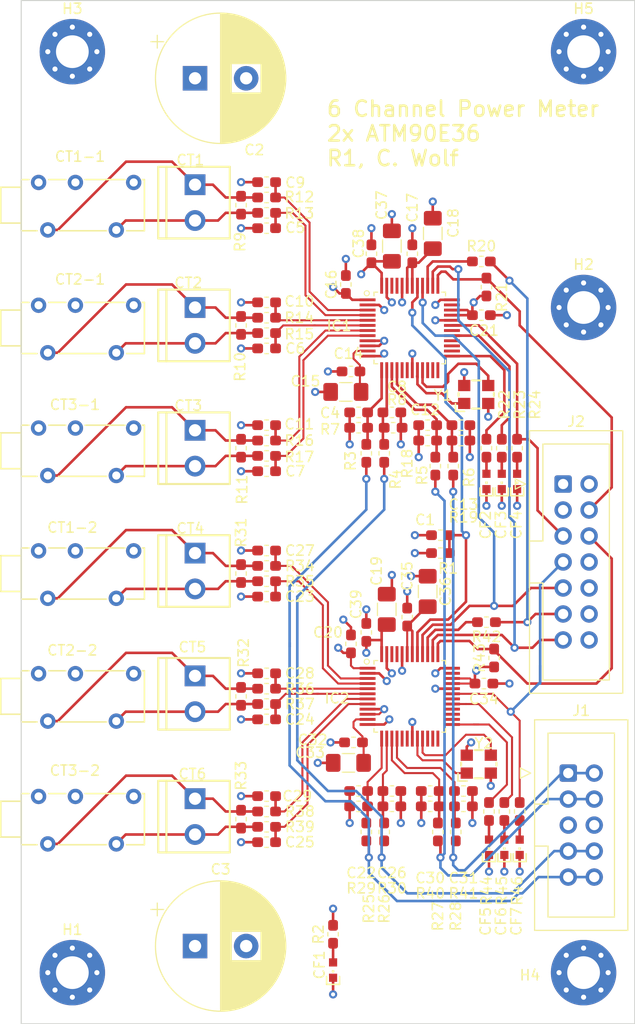
<source format=kicad_pcb>
(kicad_pcb (version 20171130) (host pcbnew "(5.1.6)-1")
  (layers (0 F.Cu signal) (1 In1.Cu signal) (2 In2.Cu signal) (31 B.Cu signal) (36 B.SilkS user) (37 F.SilkS user) (38 B.Mask user hide) (39 F.Mask user hide) (44 Edge.Cuts user))
  (net 0 "")
  (net 1 +3V3)
  (net 2 /meter_1/~CS)
  (net 3 /meter_1/SDI)
  (net 4 /meter_1/SDO)
  (net 5 /meter_1/SCLK)
  (net 6 /meter_1/IRQ1)
  (net 7 GND)
  (net 8 /meter_1/V1P)
  (net 9 "Net-(J1-Pad5)")
  (net 10 /meter_1/V2P)
  (net 11 /meter_1/V1N)
  (net 12 "Net-(J1-Pad6)")
  (net 13 /meter_1/V2N)
  (net 14 "Net-(IC1-Pad26)")
  (net 15 "Net-(IC1-Pad22)")
  (net 16 "Net-(IC1-Pad23)")
  (net 17 "Net-(IC1-Pad24)")
  (net 18 "Net-(IC1-Pad28)")
  (net 19 "Net-(IC1-Pad27)")
  (net 20 "Net-(IC1-Pad25)")
  (net 21 "Net-(CT1-1-Pad2)")
  (net 22 "Net-(CT2-1-Pad2)")
  (net 23 "Net-(CT3-1-Pad2)")
  (net 24 /meter_1/~RESET)
  (net 25 "Net-(IC1-Pad46)")
  (net 26 "Net-(IC1-Pad45)")
  (net 27 "Net-(IC1-Pad39)")
  (net 28 "Net-(IC1-Pad35)")
  (net 29 "Net-(IC1-Pad30)")
  (net 30 "Net-(IC1-Pad29)")
  (net 31 "Net-(IC1-Pad21)")
  (net 32 "Net-(IC1-Pad20)")
  (net 33 "Net-(IC1-Pad18)")
  (net 34 "Net-(IC1-Pad17)")
  (net 35 "Net-(CT1-1-Pad3)")
  (net 36 "Net-(CT2-1-Pad3)")
  (net 37 "Net-(CT3-1-Pad3)")
  (net 38 "Net-(CF2-PadA)")
  (net 39 "Net-(CF3-PadA)")
  (net 40 "Net-(CF1-PadA)")
  (net 41 "Net-(CF4-PadA)")
  (net 42 "Net-(C8-Pad1)")
  (net 43 "Net-(C4-Pad1)")
  (net 44 "Net-(CT1-2-Pad2)")
  (net 45 "Net-(CT2-2-Pad2)")
  (net 46 "Net-(CT3-2-Pad2)")
  (net 47 "Net-(C22-Pad1)")
  (net 48 "Net-(CF7-PadA)")
  (net 49 /meter_2/IRQ1)
  (net 50 "Net-(IC2-Pad29)")
  (net 51 "Net-(CF6-PadA)")
  (net 52 "Net-(CF5-PadA)")
  (net 53 "Net-(IC2-Pad25)")
  (net 54 "Net-(C26-Pad1)")
  (net 55 /meter_2/~CS)
  (net 56 "Net-(IC2-Pad39)")
  (net 57 "Net-(IC2-Pad26)")
  (net 58 "Net-(IC2-Pad27)")
  (net 59 "Net-(IC2-Pad28)")
  (net 60 "Net-(IC2-Pad22)")
  (net 61 "Net-(IC2-Pad23)")
  (net 62 "Net-(IC2-Pad24)")
  (net 63 "Net-(IC2-Pad17)")
  (net 64 "Net-(IC2-Pad18)")
  (net 65 "Net-(IC2-Pad20)")
  (net 66 "Net-(IC2-Pad21)")
  (net 67 "Net-(IC2-Pad30)")
  (net 68 "Net-(IC2-Pad35)")
  (net 69 "Net-(IC2-Pad45)")
  (net 70 "Net-(IC2-Pad46)")
  (net 71 "Net-(CT1-2-Pad3)")
  (net 72 "Net-(CT2-2-Pad3)")
  (net 73 "Net-(CT3-2-Pad3)")
  (net 74 /meter_1/I3N)
  (net 75 /meter_1/I3P)
  (net 76 /meter_1/I2N)
  (net 77 /meter_2/I1P)
  (net 78 /meter_1/I1P)
  (net 79 /meter_2/I2P)
  (net 80 /meter_1/I2P)
  (net 81 /meter_2/I3N)
  (net 82 /meter_2/I3P)
  (net 83 /meter_2/I2N)
  (net 84 /meter_2/I1N)
  (net 85 /meter_1/I1N)
  (net 86 "Net-(C32-Pad1)")
  (net 87 "Net-(C14-Pad1)")
  (net 88 /meter_2/1.8VDD)
  (net 89 /meter_1/1.8VDD)
  (net 90 "Net-(C13-Pad1)")
  (net 91 "Net-(C31-Pad1)")
  (net 92 "Net-(C30-Pad1)")
  (net 93 "Net-(C12-Pad1)")
  (net 94 +5V)
  (net 95 "Net-(CT1-1-Pad6)")
  (net 96 "Net-(CT1-1-Pad5)")
  (net 97 "Net-(CT1-1-Pad4)")
  (net 98 "Net-(CT1-2-Pad6)")
  (net 99 "Net-(CT1-2-Pad5)")
  (net 100 "Net-(CT1-2-Pad4)")
  (net 101 "Net-(CT3-1-Pad6)")
  (net 102 "Net-(CT3-1-Pad5)")
  (net 103 "Net-(CT3-1-Pad4)")
  (net 104 "Net-(CT3-2-Pad6)")
  (net 105 "Net-(CT3-2-Pad5)")
  (net 106 "Net-(CT3-2-Pad4)")
  (net 107 "Net-(CT2-1-Pad6)")
  (net 108 "Net-(CT2-1-Pad5)")
  (net 109 "Net-(CT2-1-Pad4)")
  (net 110 "Net-(CT2-2-Pad6)")
  (net 111 "Net-(CT2-2-Pad5)")
  (net 112 "Net-(CT2-2-Pad4)")
  (module custom:PJ-3270 (layer F.Cu) (at 35 115 270)
    (fp_text reference CT3-2 (at -4.75 -5.25 180) (layer F.SilkS))
    (fp_text value SJ2-35813B-SMT-TR)
    (pad "" np_thru_hole circle (at 0 -3 270) (size 1.1 1.1) (drill 1.1) (layers *.Cu *.Mask))
    (pad "" np_thru_hole circle (at 0 -9 270) (size 1.1 1.1) (drill 1.1) (layers *.Cu *.Mask))
    (pad 6 thru_hole circle (at -2.22 -11 270) (size 1.5 1.5) (drill 0.8) (layers *.Cu *.Mask) (net 104 "Net-(CT3-2-Pad6)"))
    (pad 5 thru_hole circle (at -2.22 -5.3 270) (size 1.5 1.5) (drill 0.8) (layers *.Cu *.Mask) (net 105 "Net-(CT3-2-Pad5)"))
    (pad 4 thru_hole circle (at -2.22 -1.7 270) (size 1.5 1.5) (drill 0.8) (layers *.Cu *.Mask) (net 106 "Net-(CT3-2-Pad4)"))
    (pad 3 thru_hole circle (at 2.42 -2.6 270) (size 1.5 1.5) (drill 0.8) (layers *.Cu *.Mask) (net 73 "Net-(CT3-2-Pad3)"))
    (pad 2 thru_hole circle (at 2.42 -9.3 270) (size 1.5 1.5) (drill 0.8) (layers *.Cu *.Mask) (net 46 "Net-(CT3-2-Pad2)"))
  )
  (module custom:PJ-3270 (layer F.Cu) (at 35 79 270)
    (fp_text reference CT3-1 (at -4.5 -5.25 180) (layer F.SilkS))
    (fp_text value SJ2-35813B-SMT-TR)
    (pad "" np_thru_hole circle (at 0 -3 270) (size 1.1 1.1) (drill 1.1) (layers *.Cu *.Mask))
    (pad "" np_thru_hole circle (at 0 -9 270) (size 1.1 1.1) (drill 1.1) (layers *.Cu *.Mask))
    (pad 6 thru_hole circle (at -2.22 -11 270) (size 1.5 1.5) (drill 0.8) (layers *.Cu *.Mask) (net 101 "Net-(CT3-1-Pad6)"))
    (pad 5 thru_hole circle (at -2.22 -5.3 270) (size 1.5 1.5) (drill 0.8) (layers *.Cu *.Mask) (net 102 "Net-(CT3-1-Pad5)"))
    (pad 4 thru_hole circle (at -2.22 -1.7 270) (size 1.5 1.5) (drill 0.8) (layers *.Cu *.Mask) (net 103 "Net-(CT3-1-Pad4)"))
    (pad 3 thru_hole circle (at 2.42 -2.6 270) (size 1.5 1.5) (drill 0.8) (layers *.Cu *.Mask) (net 37 "Net-(CT3-1-Pad3)"))
    (pad 2 thru_hole circle (at 2.42 -9.3 270) (size 1.5 1.5) (drill 0.8) (layers *.Cu *.Mask) (net 23 "Net-(CT3-1-Pad2)"))
  )
  (module custom:PJ-3270 (layer F.Cu) (at 35 55 270)
    (fp_text reference CT1-1 (at -4.75 -5.75) (layer F.SilkS))
    (fp_text value SJ2-35813B-SMT-TR)
    (pad "" np_thru_hole circle (at 0 -3 270) (size 1.1 1.1) (drill 1.1) (layers *.Cu *.Mask))
    (pad "" np_thru_hole circle (at 0 -9 270) (size 1.1 1.1) (drill 1.1) (layers *.Cu *.Mask))
    (pad 6 thru_hole circle (at -2.22 -11 270) (size 1.5 1.5) (drill 0.8) (layers *.Cu *.Mask) (net 95 "Net-(CT1-1-Pad6)"))
    (pad 5 thru_hole circle (at -2.22 -5.3 270) (size 1.5 1.5) (drill 0.8) (layers *.Cu *.Mask) (net 96 "Net-(CT1-1-Pad5)"))
    (pad 4 thru_hole circle (at -2.22 -1.7 270) (size 1.5 1.5) (drill 0.8) (layers *.Cu *.Mask) (net 97 "Net-(CT1-1-Pad4)"))
    (pad 3 thru_hole circle (at 2.42 -2.6 270) (size 1.5 1.5) (drill 0.8) (layers *.Cu *.Mask) (net 35 "Net-(CT1-1-Pad3)"))
    (pad 2 thru_hole circle (at 2.42 -9.3 270) (size 1.5 1.5) (drill 0.8) (layers *.Cu *.Mask) (net 21 "Net-(CT1-1-Pad2)"))
  )
  (module custom:PJ-3270 (layer F.Cu) (at 35 67 270)
    (fp_text reference CT2-1 (at -4.75 -5.75 180) (layer F.SilkS))
    (fp_text value SJ2-35813B-SMT-TR)
    (pad "" np_thru_hole circle (at 0 -3 270) (size 1.1 1.1) (drill 1.1) (layers *.Cu *.Mask))
    (pad "" np_thru_hole circle (at 0 -9 270) (size 1.1 1.1) (drill 1.1) (layers *.Cu *.Mask))
    (pad 6 thru_hole circle (at -2.22 -11 270) (size 1.5 1.5) (drill 0.8) (layers *.Cu *.Mask) (net 107 "Net-(CT2-1-Pad6)"))
    (pad 5 thru_hole circle (at -2.22 -5.3 270) (size 1.5 1.5) (drill 0.8) (layers *.Cu *.Mask) (net 108 "Net-(CT2-1-Pad5)"))
    (pad 4 thru_hole circle (at -2.22 -1.7 270) (size 1.5 1.5) (drill 0.8) (layers *.Cu *.Mask) (net 109 "Net-(CT2-1-Pad4)"))
    (pad 3 thru_hole circle (at 2.42 -2.6 270) (size 1.5 1.5) (drill 0.8) (layers *.Cu *.Mask) (net 36 "Net-(CT2-1-Pad3)"))
    (pad 2 thru_hole circle (at 2.42 -9.3 270) (size 1.5 1.5) (drill 0.8) (layers *.Cu *.Mask) (net 22 "Net-(CT2-1-Pad2)"))
  )
  (module custom:PJ-3270 (layer F.Cu) (at 35 91 270)
    (fp_text reference CT1-2 (at -4.5 -5 180) (layer F.SilkS))
    (fp_text value SJ2-35813B-SMT-TR)
    (pad "" np_thru_hole circle (at 0 -3 270) (size 1.1 1.1) (drill 1.1) (layers *.Cu *.Mask))
    (pad "" np_thru_hole circle (at 0 -9 270) (size 1.1 1.1) (drill 1.1) (layers *.Cu *.Mask))
    (pad 6 thru_hole circle (at -2.22 -11 270) (size 1.5 1.5) (drill 0.8) (layers *.Cu *.Mask) (net 98 "Net-(CT1-2-Pad6)"))
    (pad 5 thru_hole circle (at -2.22 -5.3 270) (size 1.5 1.5) (drill 0.8) (layers *.Cu *.Mask) (net 99 "Net-(CT1-2-Pad5)"))
    (pad 4 thru_hole circle (at -2.22 -1.7 270) (size 1.5 1.5) (drill 0.8) (layers *.Cu *.Mask) (net 100 "Net-(CT1-2-Pad4)"))
    (pad 3 thru_hole circle (at 2.42 -2.6 270) (size 1.5 1.5) (drill 0.8) (layers *.Cu *.Mask) (net 71 "Net-(CT1-2-Pad3)"))
    (pad 2 thru_hole circle (at 2.42 -9.3 270) (size 1.5 1.5) (drill 0.8) (layers *.Cu *.Mask) (net 44 "Net-(CT1-2-Pad2)"))
  )
  (module custom:PJ-3270 (layer F.Cu) (at 35 103 270)
    (fp_text reference CT2-2 (at -4.5 -5 180) (layer F.SilkS))
    (fp_text value SJ2-35813B-SMT-TR)
    (pad "" np_thru_hole circle (at 0 -3 270) (size 1.1 1.1) (drill 1.1) (layers *.Cu *.Mask))
    (pad "" np_thru_hole circle (at 0 -9 270) (size 1.1 1.1) (drill 1.1) (layers *.Cu *.Mask))
    (pad 6 thru_hole circle (at -2.22 -11 270) (size 1.5 1.5) (drill 0.8) (layers *.Cu *.Mask) (net 110 "Net-(CT2-2-Pad6)"))
    (pad 5 thru_hole circle (at -2.22 -5.3 270) (size 1.5 1.5) (drill 0.8) (layers *.Cu *.Mask) (net 111 "Net-(CT2-2-Pad5)"))
    (pad 4 thru_hole circle (at -2.22 -1.7 270) (size 1.5 1.5) (drill 0.8) (layers *.Cu *.Mask) (net 112 "Net-(CT2-2-Pad4)"))
    (pad 3 thru_hole circle (at 2.42 -2.6 270) (size 1.5 1.5) (drill 0.8) (layers *.Cu *.Mask) (net 72 "Net-(CT2-2-Pad3)"))
    (pad 2 thru_hole circle (at 2.42 -9.3 270) (size 1.5 1.5) (drill 0.8) (layers *.Cu *.Mask) (net 45 "Net-(CT2-2-Pad2)"))
  )
  (module 6_channel_esp32_energy_meter:CRYSTAL-SMD-3.2X2.5MM (layer F.Cu) (at 79.5 73.5)
    (fp_text reference Y1 (at -2.25 -0.5 -180) (layer F.SilkS) (effects (justify right top)))
    (fp_text value 16.384MHz hide)
    (pad 4 smd rect (at -1.175 -0.875 180) (size 1.2 1.1) (layers F.Cu F.Paste F.Mask) (net 7 GND))
    (pad 3 smd rect (at 1.175 -0.875) (size 1.2 1.1) (layers F.Cu F.Paste F.Mask) (net 31 "Net-(IC1-Pad21)"))
    (pad 2 smd rect (at 1.175 0.875) (size 1.2 1.1) (layers F.Cu F.Paste F.Mask) (net 7 GND))
    (pad 1 smd rect (at -1.175 0.875 180) (size 1.2 1.1) (layers F.Cu F.Paste F.Mask) (net 32 "Net-(IC1-Pad20)"))
  )
  (module Capacitor_SMD:C_0603_1608Metric_Pad1.05x0.95mm_HandSolder (layer F.Cu) (at 75 112.25 180)
    (fp_text reference C30 (at 0 -8.5 180) (layer F.SilkS))
    (fp_text value 18nF)
    (pad 2 smd roundrect (at 0.875 0 180) (size 1.05 0.95) (layers F.Cu F.Paste F.Mask) (net 7 GND))
    (pad 1 smd roundrect (at -0.875 0 180) (size 1.05 0.95) (layers F.Cu F.Paste F.Mask) (net 92 "Net-(C30-Pad1)"))
  )
  (module Capacitor_SMD:C_0603_1608Metric_Pad1.05x0.95mm_HandSolder (layer F.Cu) (at 67.5 107.5 180)
    (fp_text reference C32 (at 4 0.25 180) (layer F.SilkS))
    (fp_text value 0.1uF)
    (pad 2 smd roundrect (at 0.875 0 180) (size 1.05 0.95) (layers F.Cu F.Paste F.Mask) (net 7 GND))
    (pad 1 smd roundrect (at -0.875 0 180) (size 1.05 0.95) (layers F.Cu F.Paste F.Mask) (net 86 "Net-(C32-Pad1)"))
  )
  (module Capacitor_SMD:C_0603_1608Metric_Pad1.05x0.95mm_HandSolder (layer F.Cu) (at 69.25 59.75 90)
    (fp_text reference C38 (at 1 -1.25 90) (layer F.SilkS))
    (fp_text value 0.1uF)
    (pad 2 smd roundrect (at 0.875 0 90) (size 1.05 0.95) (layers F.Cu F.Paste F.Mask) (net 7 GND))
    (pad 1 smd roundrect (at -0.875 0 90) (size 1.05 0.95) (layers F.Cu F.Paste F.Mask) (net 1 +3V3))
  )
  (module Capacitor_SMD:C_0603_1608Metric_Pad1.05x0.95mm_HandSolder (layer F.Cu) (at 68.75 96.75 90)
    (fp_text reference C39 (at 2.75 -1 90) (layer F.SilkS))
    (fp_text value 0.1uF)
    (pad 2 smd roundrect (at 0.875 0 90) (size 1.05 0.95) (layers F.Cu F.Paste F.Mask) (net 7 GND))
    (pad 1 smd roundrect (at -0.875 0 90) (size 1.05 0.95) (layers F.Cu F.Paste F.Mask) (net 1 +3V3))
  )
  (module Capacitor_SMD:C_0603_1608Metric_Pad1.05x0.95mm_HandSolder (layer F.Cu) (at 74.75 76.5 180)
    (fp_text reference C12 (at 0.25 1.5 180) (layer F.SilkS))
    (fp_text value 18nF)
    (pad 2 smd roundrect (at 0.875 0 180) (size 1.05 0.95) (layers F.Cu F.Paste F.Mask) (net 7 GND))
    (pad 1 smd roundrect (at -0.875 0 180) (size 1.05 0.95) (layers F.Cu F.Paste F.Mask) (net 93 "Net-(C12-Pad1)"))
  )
  (module Capacitor_SMD:C_0603_1608Metric_Pad1.05x0.95mm_HandSolder (layer F.Cu) (at 67.25 71.25 180)
    (fp_text reference C14 (at 0.25 1.75 180) (layer F.SilkS))
    (fp_text value 0.1uF)
    (pad 2 smd roundrect (at 0.875 0 180) (size 1.05 0.95) (layers F.Cu F.Paste F.Mask) (net 7 GND))
    (pad 1 smd roundrect (at -0.875 0 180) (size 1.05 0.95) (layers F.Cu F.Paste F.Mask) (net 87 "Net-(C14-Pad1)"))
  )
  (module Capacitor_SMD:C_1206_3216Metric_Pad1.42x1.75mm_HandSolder (layer F.Cu) (at 74.75 92.75 90)
    (fp_text reference C36 (at 0 1.75 90) (layer F.SilkS))
    (fp_text value 10uF)
    (pad 2 smd roundrect (at 1.4875 0 90) (size 1.425 1.75) (layers F.Cu F.Paste F.Mask) (roundrect_rratio 0.175439) (net 7 GND))
    (pad 1 smd roundrect (at -1.4875 0 90) (size 1.425 1.75) (layers F.Cu F.Paste F.Mask) (roundrect_rratio 0.175439) (net 88 /meter_2/1.8VDD))
  )
  (module Capacitor_SMD:C_1206_3216Metric_Pad1.42x1.75mm_HandSolder (layer F.Cu) (at 67 109.5 180)
    (fp_text reference C33 (at 3.75 1 180) (layer F.SilkS))
    (fp_text value 10uF)
    (pad 2 smd roundrect (at 1.4875 0 180) (size 1.425 1.75) (layers F.Cu F.Paste F.Mask) (roundrect_rratio 0.175439) (net 7 GND))
    (pad 1 smd roundrect (at -1.4875 0 180) (size 1.425 1.75) (layers F.Cu F.Paste F.Mask) (roundrect_rratio 0.175439) (net 86 "Net-(C32-Pad1)"))
  )
  (module Capacitor_SMD:C_1206_3216Metric_Pad1.42x1.75mm_HandSolder (layer F.Cu) (at 70.75 94.5 90)
    (fp_text reference C19 (at 3.75 -1 90) (layer F.SilkS))
    (fp_text value 10uF)
    (pad 2 smd roundrect (at 1.4875 0 90) (size 1.425 1.75) (layers F.Cu F.Paste F.Mask) (roundrect_rratio 0.175439) (net 7 GND))
    (pad 1 smd roundrect (at -1.4875 0 90) (size 1.425 1.75) (layers F.Cu F.Paste F.Mask) (roundrect_rratio 0.175439) (net 1 +3V3))
  )
  (module Capacitor_SMD:C_1206_3216Metric_Pad1.42x1.75mm_HandSolder (layer F.Cu) (at 66.75 73.25 180)
    (fp_text reference C15 (at 3.95 1.05 180) (layer F.SilkS))
    (fp_text value 10uF)
    (pad 2 smd roundrect (at 1.4875 0 180) (size 1.425 1.75) (layers F.Cu F.Paste F.Mask) (roundrect_rratio 0.175439) (net 7 GND))
    (pad 1 smd roundrect (at -1.4875 0 180) (size 1.425 1.75) (layers F.Cu F.Paste F.Mask) (roundrect_rratio 0.175439) (net 87 "Net-(C14-Pad1)"))
  )
  (module Capacitor_SMD:C_1206_3216Metric_Pad1.42x1.75mm_HandSolder (layer F.Cu) (at 75.25 57.7625 90)
    (fp_text reference C18 (at 1.0125 2 90) (layer F.SilkS))
    (fp_text value 10uF)
    (pad 2 smd roundrect (at 1.4875 0 90) (size 1.425 1.75) (layers F.Cu F.Paste F.Mask) (roundrect_rratio 0.175439) (net 7 GND))
    (pad 1 smd roundrect (at -1.4875 0 90) (size 1.425 1.75) (layers F.Cu F.Paste F.Mask) (roundrect_rratio 0.175439) (net 89 /meter_1/1.8VDD))
  )
  (module Capacitor_SMD:C_1206_3216Metric_Pad1.42x1.75mm_HandSolder (layer F.Cu) (at 71.25 59 90)
    (fp_text reference C37 (at 4 -1 90) (layer F.SilkS))
    (fp_text value 10uF)
    (pad 2 smd roundrect (at 1.4875 0 90) (size 1.425 1.75) (layers F.Cu F.Paste F.Mask) (roundrect_rratio 0.175439) (net 7 GND))
    (pad 1 smd roundrect (at -1.4875 0 90) (size 1.425 1.75) (layers F.Cu F.Paste F.Mask) (roundrect_rratio 0.175439) (net 1 +3V3))
  )
  (module Capacitor_THT:CP_Radial_D12.5mm_P5.00mm (layer F.Cu) (at 52 127.4)
    (fp_text reference C3 (at 2.5 -7.5) (layer F.SilkS))
    (fp_text value CP1)
    (pad 2 thru_hole circle (at 5 0) (size 2.4 2.4) (drill 1.2) (layers *.Cu *.Mask) (net 7 GND))
    (pad 1 thru_hole rect (at 0 0) (size 2.4 2.4) (drill 1.2) (layers *.Cu *.Mask) (net 1 +3V3))
  )
  (module Capacitor_THT:CP_Radial_D12.5mm_P5.00mm (layer F.Cu) (at 52 42.6)
    (fp_text reference C2 (at 5.8 7) (layer F.SilkS))
    (fp_text value CP1)
    (pad 2 thru_hole circle (at 5 0) (size 2.4 2.4) (drill 1.2) (layers *.Cu *.Mask) (net 7 GND))
    (pad 1 thru_hole rect (at 0 0) (size 2.4 2.4) (drill 1.2) (layers *.Cu *.Mask) (net 1 +3V3))
  )
  (module 6_channel_esp32_energy_meter:QFP50P900X900X120-48 (layer F.Cu) (at 73 103)
    (fp_text reference IC2 (at -5.8 -0.4 -180) (layer F.SilkS) (effects (justify right top)))
    (fp_text value ATM90E36 hide)
    (pad 48 smd rect (at -2.75 -4.1269 90) (size 1.5579 0.28) (layers F.Cu F.Paste F.Mask) (net 1 +3V3))
    (pad 47 smd rect (at -2.25 -4.1269 90) (size 1.5579 0.28) (layers F.Cu F.Paste F.Mask) (net 7 GND))
    (pad 46 smd rect (at -1.75 -4.1269 90) (size 1.5579 0.28) (layers F.Cu F.Paste F.Mask) (net 70 "Net-(IC2-Pad46)"))
    (pad 45 smd rect (at -1.25 -4.1269 90) (size 1.5579 0.28) (layers F.Cu F.Paste F.Mask) (net 69 "Net-(IC2-Pad45)"))
    (pad 44 smd rect (at -0.75 -4.1269 90) (size 1.5579 0.28) (layers F.Cu F.Paste F.Mask) (net 7 GND))
    (pad 43 smd rect (at -0.25 -4.1269 90) (size 1.5579 0.28) (layers F.Cu F.Paste F.Mask) (net 88 /meter_2/1.8VDD))
    (pad 42 smd rect (at 0.25 -4.1269 90) (size 1.5579 0.28) (layers F.Cu F.Paste F.Mask) (net 88 /meter_2/1.8VDD))
    (pad 41 smd rect (at 0.75 -4.1269 90) (size 1.5579 0.28) (layers F.Cu F.Paste F.Mask) (net 24 /meter_1/~RESET))
    (pad 40 smd rect (at 1.25 -4.1269 90) (size 1.5579 0.28) (layers F.Cu F.Paste F.Mask) (net 3 /meter_1/SDI))
    (pad 39 smd rect (at 1.75 -4.1269 90) (size 1.5579 0.28) (layers F.Cu F.Paste F.Mask) (net 56 "Net-(IC2-Pad39)"))
    (pad 38 smd rect (at 2.25 -4.1269 90) (size 1.5579 0.28) (layers F.Cu F.Paste F.Mask) (net 5 /meter_1/SCLK))
    (pad 37 smd rect (at 2.75 -4.1269 90) (size 1.5579 0.28) (layers F.Cu F.Paste F.Mask) (net 55 /meter_2/~CS))
    (pad 36 smd rect (at 4.1269 -2.75) (size 1.5579 0.28) (layers F.Cu F.Paste F.Mask) (net 7 GND))
    (pad 35 smd rect (at 4.1269 -2.25) (size 1.5579 0.28) (layers F.Cu F.Paste F.Mask) (net 68 "Net-(IC2-Pad35)"))
    (pad 34 smd rect (at 4.1269 -1.75) (size 1.5579 0.28) (layers F.Cu F.Paste F.Mask) (net 1 +3V3))
    (pad 33 smd rect (at 4.1269 -1.25) (size 1.5579 0.28) (layers F.Cu F.Paste F.Mask) (net 1 +3V3))
    (pad 32 smd rect (at 4.1269 -0.75) (size 1.5579 0.28) (layers F.Cu F.Paste F.Mask) (net 7 GND))
    (pad 31 smd rect (at 4.1269 -0.25) (size 1.5579 0.28) (layers F.Cu F.Paste F.Mask) (net 49 /meter_2/IRQ1))
    (pad 30 smd rect (at 4.1269 0.25) (size 1.5579 0.28) (layers F.Cu F.Paste F.Mask) (net 67 "Net-(IC2-Pad30)"))
    (pad 29 smd rect (at 4.1269 0.75) (size 1.5579 0.28) (layers F.Cu F.Paste F.Mask) (net 50 "Net-(IC2-Pad29)"))
    (pad 28 smd rect (at 4.1269 1.25) (size 1.5579 0.28) (layers F.Cu F.Paste F.Mask) (net 59 "Net-(IC2-Pad28)"))
    (pad 27 smd rect (at 4.1269 1.75) (size 1.5579 0.28) (layers F.Cu F.Paste F.Mask) (net 58 "Net-(IC2-Pad27)"))
    (pad 26 smd rect (at 4.1269 2.25) (size 1.5579 0.28) (layers F.Cu F.Paste F.Mask) (net 57 "Net-(IC2-Pad26)"))
    (pad 25 smd rect (at 4.1269 2.75) (size 1.5579 0.28) (layers F.Cu F.Paste F.Mask) (net 53 "Net-(IC2-Pad25)"))
    (pad 24 smd rect (at 2.75 4.1269 90) (size 1.5579 0.28) (layers F.Cu F.Paste F.Mask) (net 62 "Net-(IC2-Pad24)"))
    (pad 23 smd rect (at 2.25 4.1269 90) (size 1.5579 0.28) (layers F.Cu F.Paste F.Mask) (net 61 "Net-(IC2-Pad23)"))
    (pad 22 smd rect (at 1.75 4.1269 90) (size 1.5579 0.28) (layers F.Cu F.Paste F.Mask) (net 60 "Net-(IC2-Pad22)"))
    (pad 21 smd rect (at 1.25 4.1269 90) (size 1.5579 0.28) (layers F.Cu F.Paste F.Mask) (net 66 "Net-(IC2-Pad21)"))
    (pad 20 smd rect (at 0.75 4.1269 90) (size 1.5579 0.28) (layers F.Cu F.Paste F.Mask) (net 65 "Net-(IC2-Pad20)"))
    (pad 19 smd rect (at 0.25 4.1269 90) (size 1.5579 0.28) (layers F.Cu F.Paste F.Mask) (net 7 GND))
    (pad 18 smd rect (at -0.25 4.1269 90) (size 1.5579 0.28) (layers F.Cu F.Paste F.Mask) (net 64 "Net-(IC2-Pad18)"))
    (pad 17 smd rect (at -0.75 4.1269 90) (size 1.5579 0.28) (layers F.Cu F.Paste F.Mask) (net 63 "Net-(IC2-Pad17)"))
    (pad 16 smd rect (at -1.25 4.1269 90) (size 1.5579 0.28) (layers F.Cu F.Paste F.Mask) (net 91 "Net-(C31-Pad1)"))
    (pad 15 smd rect (at -1.75 4.1269 90) (size 1.5579 0.28) (layers F.Cu F.Paste F.Mask) (net 92 "Net-(C30-Pad1)"))
    (pad 14 smd rect (at -2.25 4.1269 90) (size 1.5579 0.28) (layers F.Cu F.Paste F.Mask) (net 54 "Net-(C26-Pad1)"))
    (pad 13 smd rect (at -2.75 4.1269 90) (size 1.5579 0.28) (layers F.Cu F.Paste F.Mask) (net 47 "Net-(C22-Pad1)"))
    (pad 12 smd rect (at -4.1269 2.75) (size 1.5579 0.28) (layers F.Cu F.Paste F.Mask) (net 7 GND))
    (pad 11 smd rect (at -4.1269 2.25) (size 1.5579 0.28) (layers F.Cu F.Paste F.Mask) (net 86 "Net-(C32-Pad1)"))
    (pad 10 smd rect (at -4.1269 1.75) (size 1.5579 0.28) (layers F.Cu F.Paste F.Mask) (net 7 GND))
    (pad 9 smd rect (at -4.1269 1.25) (size 1.5579 0.28) (layers F.Cu F.Paste F.Mask) (net 7 GND))
    (pad 8 smd rect (at -4.1269 0.75) (size 1.5579 0.28) (layers F.Cu F.Paste F.Mask) (net 81 /meter_2/I3N))
    (pad 7 smd rect (at -4.1269 0.25) (size 1.5579 0.28) (layers F.Cu F.Paste F.Mask) (net 82 /meter_2/I3P))
    (pad 6 smd rect (at -4.1269 -0.25) (size 1.5579 0.28) (layers F.Cu F.Paste F.Mask) (net 83 /meter_2/I2N))
    (pad 5 smd rect (at -4.1269 -0.75) (size 1.5579 0.28) (layers F.Cu F.Paste F.Mask) (net 79 /meter_2/I2P))
    (pad 4 smd rect (at -4.1269 -1.25) (size 1.5579 0.28) (layers F.Cu F.Paste F.Mask) (net 84 /meter_2/I1N))
    (pad 3 smd rect (at -4.1269 -1.75) (size 1.5579 0.28) (layers F.Cu F.Paste F.Mask) (net 77 /meter_2/I1P))
    (pad 2 smd rect (at -4.1269 -2.25) (size 1.5579 0.28) (layers F.Cu F.Paste F.Mask) (net 7 GND))
    (pad 1 smd rect (at -4.1269 -2.75) (size 1.5579 0.28) (layers F.Cu F.Paste F.Mask) (net 1 +3V3))
  )
  (module 6_channel_esp32_energy_meter:QFP50P900X900X120-48 (layer F.Cu) (at 73 67)
    (fp_text reference IC1 (at -5.6 -0.8 -180) (layer F.SilkS) (effects (justify right top)))
    (fp_text value ATM90E36 hide)
    (pad 48 smd rect (at -2.75 -4.1269 90) (size 1.5579 0.28) (layers F.Cu F.Paste F.Mask) (net 1 +3V3))
    (pad 47 smd rect (at -2.25 -4.1269 90) (size 1.5579 0.28) (layers F.Cu F.Paste F.Mask) (net 7 GND))
    (pad 46 smd rect (at -1.75 -4.1269 90) (size 1.5579 0.28) (layers F.Cu F.Paste F.Mask) (net 25 "Net-(IC1-Pad46)"))
    (pad 45 smd rect (at -1.25 -4.1269 90) (size 1.5579 0.28) (layers F.Cu F.Paste F.Mask) (net 26 "Net-(IC1-Pad45)"))
    (pad 44 smd rect (at -0.75 -4.1269 90) (size 1.5579 0.28) (layers F.Cu F.Paste F.Mask) (net 7 GND))
    (pad 43 smd rect (at -0.25 -4.1269 90) (size 1.5579 0.28) (layers F.Cu F.Paste F.Mask) (net 89 /meter_1/1.8VDD))
    (pad 42 smd rect (at 0.25 -4.1269 90) (size 1.5579 0.28) (layers F.Cu F.Paste F.Mask) (net 89 /meter_1/1.8VDD))
    (pad 41 smd rect (at 0.75 -4.1269 90) (size 1.5579 0.28) (layers F.Cu F.Paste F.Mask) (net 24 /meter_1/~RESET))
    (pad 40 smd rect (at 1.25 -4.1269 90) (size 1.5579 0.28) (layers F.Cu F.Paste F.Mask) (net 3 /meter_1/SDI))
    (pad 39 smd rect (at 1.75 -4.1269 90) (size 1.5579 0.28) (layers F.Cu F.Paste F.Mask) (net 27 "Net-(IC1-Pad39)"))
    (pad 38 smd rect (at 2.25 -4.1269 90) (size 1.5579 0.28) (layers F.Cu F.Paste F.Mask) (net 5 /meter_1/SCLK))
    (pad 37 smd rect (at 2.75 -4.1269 90) (size 1.5579 0.28) (layers F.Cu F.Paste F.Mask) (net 2 /meter_1/~CS))
    (pad 36 smd rect (at 4.1269 -2.75) (size 1.5579 0.28) (layers F.Cu F.Paste F.Mask) (net 7 GND))
    (pad 35 smd rect (at 4.1269 -2.25) (size 1.5579 0.28) (layers F.Cu F.Paste F.Mask) (net 28 "Net-(IC1-Pad35)"))
    (pad 34 smd rect (at 4.1269 -1.75) (size 1.5579 0.28) (layers F.Cu F.Paste F.Mask) (net 1 +3V3))
    (pad 33 smd rect (at 4.1269 -1.25) (size 1.5579 0.28) (layers F.Cu F.Paste F.Mask) (net 1 +3V3))
    (pad 32 smd rect (at 4.1269 -0.75) (size 1.5579 0.28) (layers F.Cu F.Paste F.Mask) (net 7 GND))
    (pad 31 smd rect (at 4.1269 -0.25) (size 1.5579 0.28) (layers F.Cu F.Paste F.Mask) (net 6 /meter_1/IRQ1))
    (pad 30 smd rect (at 4.1269 0.25) (size 1.5579 0.28) (layers F.Cu F.Paste F.Mask) (net 29 "Net-(IC1-Pad30)"))
    (pad 29 smd rect (at 4.1269 0.75) (size 1.5579 0.28) (layers F.Cu F.Paste F.Mask) (net 30 "Net-(IC1-Pad29)"))
    (pad 28 smd rect (at 4.1269 1.25) (size 1.5579 0.28) (layers F.Cu F.Paste F.Mask) (net 18 "Net-(IC1-Pad28)"))
    (pad 27 smd rect (at 4.1269 1.75) (size 1.5579 0.28) (layers F.Cu F.Paste F.Mask) (net 19 "Net-(IC1-Pad27)"))
    (pad 26 smd rect (at 4.1269 2.25) (size 1.5579 0.28) (layers F.Cu F.Paste F.Mask) (net 14 "Net-(IC1-Pad26)"))
    (pad 25 smd rect (at 4.1269 2.75) (size 1.5579 0.28) (layers F.Cu F.Paste F.Mask) (net 20 "Net-(IC1-Pad25)"))
    (pad 24 smd rect (at 2.75 4.1269 90) (size 1.5579 0.28) (layers F.Cu F.Paste F.Mask) (net 17 "Net-(IC1-Pad24)"))
    (pad 23 smd rect (at 2.25 4.1269 90) (size 1.5579 0.28) (layers F.Cu F.Paste F.Mask) (net 16 "Net-(IC1-Pad23)"))
    (pad 22 smd rect (at 1.75 4.1269 90) (size 1.5579 0.28) (layers F.Cu F.Paste F.Mask) (net 15 "Net-(IC1-Pad22)"))
    (pad 21 smd rect (at 1.25 4.1269 90) (size 1.5579 0.28) (layers F.Cu F.Paste F.Mask) (net 31 "Net-(IC1-Pad21)"))
    (pad 20 smd rect (at 0.75 4.1269 90) (size 1.5579 0.28) (layers F.Cu F.Paste F.Mask) (net 32 "Net-(IC1-Pad20)"))
    (pad 19 smd rect (at 0.25 4.1269 90) (size 1.5579 0.28) (layers F.Cu F.Paste F.Mask) (net 7 GND))
    (pad 18 smd rect (at -0.25 4.1269 90) (size 1.5579 0.28) (layers F.Cu F.Paste F.Mask) (net 33 "Net-(IC1-Pad18)"))
    (pad 17 smd rect (at -0.75 4.1269 90) (size 1.5579 0.28) (layers F.Cu F.Paste F.Mask) (net 34 "Net-(IC1-Pad17)"))
    (pad 16 smd rect (at -1.25 4.1269 90) (size 1.5579 0.28) (layers F.Cu F.Paste F.Mask) (net 90 "Net-(C13-Pad1)"))
    (pad 15 smd rect (at -1.75 4.1269 90) (size 1.5579 0.28) (layers F.Cu F.Paste F.Mask) (net 93 "Net-(C12-Pad1)"))
    (pad 14 smd rect (at -2.25 4.1269 90) (size 1.5579 0.28) (layers F.Cu F.Paste F.Mask) (net 42 "Net-(C8-Pad1)"))
    (pad 13 smd rect (at -2.75 4.1269 90) (size 1.5579 0.28) (layers F.Cu F.Paste F.Mask) (net 43 "Net-(C4-Pad1)"))
    (pad 12 smd rect (at -4.1269 2.75) (size 1.5579 0.28) (layers F.Cu F.Paste F.Mask) (net 7 GND))
    (pad 11 smd rect (at -4.1269 2.25) (size 1.5579 0.28) (layers F.Cu F.Paste F.Mask) (net 87 "Net-(C14-Pad1)"))
    (pad 10 smd rect (at -4.1269 1.75) (size 1.5579 0.28) (layers F.Cu F.Paste F.Mask) (net 7 GND))
    (pad 9 smd rect (at -4.1269 1.25) (size 1.5579 0.28) (layers F.Cu F.Paste F.Mask) (net 7 GND))
    (pad 8 smd rect (at -4.1269 0.75) (size 1.5579 0.28) (layers F.Cu F.Paste F.Mask) (net 74 /meter_1/I3N))
    (pad 7 smd rect (at -4.1269 0.25) (size 1.5579 0.28) (layers F.Cu F.Paste F.Mask) (net 75 /meter_1/I3P))
    (pad 6 smd rect (at -4.1269 -0.25) (size 1.5579 0.28) (layers F.Cu F.Paste F.Mask) (net 76 /meter_1/I2N))
    (pad 5 smd rect (at -4.1269 -0.75) (size 1.5579 0.28) (layers F.Cu F.Paste F.Mask) (net 80 /meter_1/I2P))
    (pad 4 smd rect (at -4.1269 -1.25) (size 1.5579 0.28) (layers F.Cu F.Paste F.Mask) (net 85 /meter_1/I1N))
    (pad 3 smd rect (at -4.1269 -1.75) (size 1.5579 0.28) (layers F.Cu F.Paste F.Mask) (net 78 /meter_1/I1P))
    (pad 2 smd rect (at -4.1269 -2.25) (size 1.5579 0.28) (layers F.Cu F.Paste F.Mask) (net 7 GND))
    (pad 1 smd rect (at -4.1269 -2.75) (size 1.5579 0.28) (layers F.Cu F.Paste F.Mask) (net 1 +3V3))
  )
  (module 6_channel_esp32_energy_meter:CHIPLED_0603 (layer F.Cu) (at 65.5 129.75 180)
    (fp_text reference CF1 (at 0.75 -1 90) (layer F.SilkS) (effects (justify left bottom)))
    (fp_text value BLU hide)
    (pad A smd rect (at 0 0.75 180) (size 0.8 0.8) (layers F.Cu F.Paste F.Mask) (net 40 "Net-(CF1-PadA)"))
    (pad C smd rect (at 0 -0.75 180) (size 0.8 0.8) (layers F.Cu F.Paste F.Mask) (net 7 GND))
  )
  (module 6_channel_esp32_energy_meter:CHIPLED_0603 (layer F.Cu) (at 80.5 82 180)
    (fp_text reference CF2 (at -0.5 -5.75 90) (layer F.SilkS) (effects (justify left bottom)))
    (fp_text value BLU hide)
    (pad A smd rect (at 0 0.75 180) (size 0.8 0.8) (layers F.Cu F.Paste F.Mask) (net 38 "Net-(CF2-PadA)"))
    (pad C smd rect (at 0 -0.75 180) (size 0.8 0.8) (layers F.Cu F.Paste F.Mask) (net 7 GND))
  )
  (module 6_channel_esp32_energy_meter:CHIPLED_0603 (layer F.Cu) (at 82 82 180)
    (fp_text reference CF3 (at -0.5 -5.75 90) (layer F.SilkS) (effects (justify left bottom)))
    (fp_text value BLU hide)
    (pad A smd rect (at 0 0.75 180) (size 0.8 0.8) (layers F.Cu F.Paste F.Mask) (net 39 "Net-(CF3-PadA)"))
    (pad C smd rect (at 0 -0.75 180) (size 0.8 0.8) (layers F.Cu F.Paste F.Mask) (net 7 GND))
  )
  (module 6_channel_esp32_energy_meter:CHIPLED_0603 (layer F.Cu) (at 83.5 82 180)
    (fp_text reference CF4 (at -0.5 -5.75 90) (layer F.SilkS) (effects (justify left bottom)))
    (fp_text value BLU hide)
    (pad A smd rect (at 0 0.75 180) (size 0.8 0.8) (layers F.Cu F.Paste F.Mask) (net 41 "Net-(CF4-PadA)"))
    (pad C smd rect (at 0 -0.75 180) (size 0.8 0.8) (layers F.Cu F.Paste F.Mask) (net 7 GND))
  )
  (module Capacitor_SMD:C_0603_1608Metric_Pad1.05x0.95mm_HandSolder (layer F.Cu) (at 68 75.25 180)
    (fp_text reference C4 (at 2.8 -0.05 180) (layer F.SilkS))
    (fp_text value 18nF)
    (pad 2 smd roundrect (at 0.875 0 180) (size 1.05 0.95) (layers F.Cu F.Paste F.Mask) (net 7 GND))
    (pad 1 smd roundrect (at -0.875 0 180) (size 1.05 0.95) (layers F.Cu F.Paste F.Mask) (net 43 "Net-(C4-Pad1)"))
  )
  (module Capacitor_SMD:C_0603_1608Metric_Pad1.05x0.95mm_HandSolder (layer F.Cu) (at 59 57.25 180)
    (fp_text reference C5 (at -2.8 0.05 180) (layer F.SilkS))
    (fp_text value 0.33uF)
    (pad 2 smd roundrect (at 0.875 0 180) (size 1.05 0.95) (layers F.Cu F.Paste F.Mask) (net 7 GND))
    (pad 1 smd roundrect (at -0.875 0 180) (size 1.05 0.95) (layers F.Cu F.Paste F.Mask) (net 85 /meter_1/I1N))
  )
  (module Capacitor_SMD:C_0603_1608Metric_Pad1.05x0.95mm_HandSolder (layer F.Cu) (at 59 69 180)
    (fp_text reference C6 (at -2.8 0 180) (layer F.SilkS))
    (fp_text value 0.33uF)
    (pad 2 smd roundrect (at 0.875 0 180) (size 1.05 0.95) (layers F.Cu F.Paste F.Mask) (net 7 GND))
    (pad 1 smd roundrect (at -0.875 0 180) (size 1.05 0.95) (layers F.Cu F.Paste F.Mask) (net 76 /meter_1/I2N))
  )
  (module Capacitor_SMD:C_0603_1608Metric_Pad1.05x0.95mm_HandSolder (layer F.Cu) (at 59 81 180)
    (fp_text reference C7 (at -2.8 0 180) (layer F.SilkS))
    (fp_text value 0.33uF)
    (pad 2 smd roundrect (at 0.875 0 180) (size 1.05 0.95) (layers F.Cu F.Paste F.Mask) (net 7 GND))
    (pad 1 smd roundrect (at -0.875 0 180) (size 1.05 0.95) (layers F.Cu F.Paste F.Mask) (net 74 /meter_1/I3N))
  )
  (module Capacitor_SMD:C_0603_1608Metric_Pad1.05x0.95mm_HandSolder (layer F.Cu) (at 71.25 75.25)
    (fp_text reference C8 (at 0.5 -2.5) (layer F.SilkS))
    (fp_text value 18nF)
    (pad 2 smd roundrect (at 0.875 0) (size 1.05 0.95) (layers F.Cu F.Paste F.Mask) (net 7 GND))
    (pad 1 smd roundrect (at -0.875 0) (size 1.05 0.95) (layers F.Cu F.Paste F.Mask) (net 42 "Net-(C8-Pad1)"))
  )
  (module Capacitor_SMD:C_0603_1608Metric_Pad1.05x0.95mm_HandSolder (layer F.Cu) (at 59 52.75 180)
    (fp_text reference C9 (at -2.8 -0.05 180) (layer F.SilkS))
    (fp_text value 0.33uF)
    (pad 2 smd roundrect (at 0.875 0 180) (size 1.05 0.95) (layers F.Cu F.Paste F.Mask) (net 7 GND))
    (pad 1 smd roundrect (at -0.875 0 180) (size 1.05 0.95) (layers F.Cu F.Paste F.Mask) (net 78 /meter_1/I1P))
  )
  (module Capacitor_SMD:C_0603_1608Metric_Pad1.05x0.95mm_HandSolder (layer F.Cu) (at 59 64.5 180)
    (fp_text reference C10 (at -3.2 0.1 180) (layer F.SilkS))
    (fp_text value 0.33uF)
    (pad 2 smd roundrect (at 0.875 0 180) (size 1.05 0.95) (layers F.Cu F.Paste F.Mask) (net 7 GND))
    (pad 1 smd roundrect (at -0.875 0 180) (size 1.05 0.95) (layers F.Cu F.Paste F.Mask) (net 80 /meter_1/I2P))
  )
  (module Capacitor_SMD:C_0603_1608Metric_Pad1.05x0.95mm_HandSolder (layer F.Cu) (at 78 76.5)
    (fp_text reference C13 (at 0.25 7.75) (layer F.SilkS))
    (fp_text value 18nF)
    (pad 2 smd roundrect (at 0.875 0) (size 1.05 0.95) (layers F.Cu F.Paste F.Mask) (net 7 GND))
    (pad 1 smd roundrect (at -0.875 0) (size 1.05 0.95) (layers F.Cu F.Paste F.Mask) (net 90 "Net-(C13-Pad1)"))
  )
  (module Capacitor_SMD:C_0603_1608Metric_Pad1.05x0.95mm_HandSolder (layer F.Cu) (at 66.75 62.75 90)
    (fp_text reference C16 (at 0 -1.43 90) (layer F.SilkS))
    (fp_text value 0.1uF)
    (pad 2 smd roundrect (at 0.875 0 90) (size 1.05 0.95) (layers F.Cu F.Paste F.Mask) (net 7 GND))
    (pad 1 smd roundrect (at -0.875 0 90) (size 1.05 0.95) (layers F.Cu F.Paste F.Mask) (net 1 +3V3))
  )
  (module Capacitor_SMD:C_0603_1608Metric_Pad1.05x0.95mm_HandSolder (layer F.Cu) (at 73.25 59.75 90)
    (fp_text reference C17 (at 4.5 0 90) (layer F.SilkS))
    (fp_text value 0.1uF)
    (pad 2 smd roundrect (at 0.875 0 90) (size 1.05 0.95) (layers F.Cu F.Paste F.Mask) (net 7 GND))
    (pad 1 smd roundrect (at -0.875 0 90) (size 1.05 0.95) (layers F.Cu F.Paste F.Mask) (net 89 /meter_1/1.8VDD))
  )
  (module Capacitor_SMD:C_0603_1608Metric_Pad1.05x0.95mm_HandSolder (layer F.Cu) (at 76 87.25 180)
    (fp_text reference C1 (at 1.5 1.5 180) (layer F.SilkS))
    (fp_text value 0.1uF)
    (pad 2 smd roundrect (at 0.875 0 180) (size 1.05 0.95) (layers F.Cu F.Paste F.Mask) (net 7 GND))
    (pad 1 smd roundrect (at -0.875 0 180) (size 1.05 0.95) (layers F.Cu F.Paste F.Mask) (net 24 /meter_1/~RESET))
  )
  (module Capacitor_SMD:C_0603_1608Metric_Pad1.05x0.95mm_HandSolder (layer F.Cu) (at 59 76.5 180)
    (fp_text reference C11 (at -3.2 0.1 180) (layer F.SilkS))
    (fp_text value 0.33uF)
    (pad 2 smd roundrect (at 0.875 0 180) (size 1.05 0.95) (layers F.Cu F.Paste F.Mask) (net 7 GND))
    (pad 1 smd roundrect (at -0.875 0 180) (size 1.05 0.95) (layers F.Cu F.Paste F.Mask) (net 75 /meter_1/I3P))
  )
  (module Resistor_SMD:R_0603_1608Metric_Pad1.05x0.95mm_HandSolder (layer F.Cu) (at 59 54.25)
    (fp_text reference R12 (at 3.2 -0.05) (layer F.SilkS))
    (fp_text value 100R)
    (pad 2 smd roundrect (at 0.875 0) (size 1.05 0.95) (layers F.Cu F.Paste F.Mask) (net 78 /meter_1/I1P))
    (pad 1 smd roundrect (at -0.875 0) (size 1.05 0.95) (layers F.Cu F.Paste F.Mask) (net 35 "Net-(CT1-1-Pad3)"))
  )
  (module Resistor_SMD:R_0603_1608Metric_Pad1.05x0.95mm_HandSolder (layer F.Cu) (at 59 55.75)
    (fp_text reference R13 (at 3.2 0.05) (layer F.SilkS))
    (fp_text value 100R)
    (pad 2 smd roundrect (at 0.875 0) (size 1.05 0.95) (layers F.Cu F.Paste F.Mask) (net 85 /meter_1/I1N))
    (pad 1 smd roundrect (at -0.875 0) (size 1.05 0.95) (layers F.Cu F.Paste F.Mask) (net 21 "Net-(CT1-1-Pad2)"))
  )
  (module Resistor_SMD:R_0603_1608Metric_Pad1.05x0.95mm_HandSolder (layer F.Cu) (at 83.5 78.75 270)
    (fp_text reference R24 (at -4.25 -1.75 270) (layer F.SilkS))
    (fp_text value 1K)
    (pad 2 smd roundrect (at 0.875 0 270) (size 1.05 0.95) (layers F.Cu F.Paste F.Mask) (net 41 "Net-(CF4-PadA)"))
    (pad 1 smd roundrect (at -0.875 0 270) (size 1.05 0.95) (layers F.Cu F.Paste F.Mask) (net 6 /meter_1/IRQ1))
  )
  (module Resistor_SMD:R_0603_1608Metric_Pad1.05x0.95mm_HandSolder (layer F.Cu) (at 65.5 126.25 90)
    (fp_text reference R2 (at 0 -1.43 90) (layer F.SilkS))
    (fp_text value 1k)
    (pad 2 smd roundrect (at 0.875 0 90) (size 1.05 0.95) (layers F.Cu F.Paste F.Mask) (net 1 +3V3))
    (pad 1 smd roundrect (at -0.875 0 90) (size 1.05 0.95) (layers F.Cu F.Paste F.Mask) (net 40 "Net-(CF1-PadA)"))
  )
  (module Resistor_SMD:R_0603_1608Metric_Pad1.05x0.95mm_HandSolder (layer F.Cu) (at 68.75 79.25 270)
    (fp_text reference R3 (at 0.75 1.55 270) (layer F.SilkS))
    (fp_text value 20K)
    (pad 2 smd roundrect (at 0.875 0 270) (size 1.05 0.95) (layers F.Cu F.Paste F.Mask) (net 8 /meter_1/V1P))
    (pad 1 smd roundrect (at -0.875 0 270) (size 1.05 0.95) (layers F.Cu F.Paste F.Mask) (net 43 "Net-(C4-Pad1)"))
  )
  (module Resistor_SMD:R_0603_1608Metric_Pad1.05x0.95mm_HandSolder (layer F.Cu) (at 70.5 79.25 270)
    (fp_text reference R4 (at 2.55 -1.1 270) (layer F.SilkS))
    (fp_text value 20K)
    (pad 2 smd roundrect (at 0.875 0 270) (size 1.05 0.95) (layers F.Cu F.Paste F.Mask) (net 11 /meter_1/V1N))
    (pad 1 smd roundrect (at -0.875 0 270) (size 1.05 0.95) (layers F.Cu F.Paste F.Mask) (net 42 "Net-(C8-Pad1)"))
  )
  (module Resistor_SMD:R_0603_1608Metric_Pad1.05x0.95mm_HandSolder (layer F.Cu) (at 75.5 80.5 270)
    (fp_text reference R5 (at 0.9 1.3 270) (layer F.SilkS))
    (fp_text value 20K)
    (pad 2 smd roundrect (at 0.875 0 270) (size 1.05 0.95) (layers F.Cu F.Paste F.Mask) (net 10 /meter_1/V2P))
    (pad 1 smd roundrect (at -0.875 0 270) (size 1.05 0.95) (layers F.Cu F.Paste F.Mask) (net 93 "Net-(C12-Pad1)"))
  )
  (module Resistor_SMD:R_0603_1608Metric_Pad1.05x0.95mm_HandSolder (layer F.Cu) (at 77.25 80.5 270)
    (fp_text reference R6 (at 1.1 -1.55 270) (layer F.SilkS))
    (fp_text value 20K)
    (pad 2 smd roundrect (at 0.875 0 270) (size 1.05 0.95) (layers F.Cu F.Paste F.Mask) (net 13 /meter_1/V2N))
    (pad 1 smd roundrect (at -0.875 0 270) (size 1.05 0.95) (layers F.Cu F.Paste F.Mask) (net 90 "Net-(C13-Pad1)"))
  )
  (module Resistor_SMD:R_0603_1608Metric_Pad1.05x0.95mm_HandSolder (layer F.Cu) (at 68 76.75)
    (fp_text reference R7 (at -2.8 0.15) (layer F.SilkS))
    (fp_text value 1K)
    (pad 2 smd roundrect (at 0.875 0) (size 1.05 0.95) (layers F.Cu F.Paste F.Mask) (net 43 "Net-(C4-Pad1)"))
    (pad 1 smd roundrect (at -0.875 0) (size 1.05 0.95) (layers F.Cu F.Paste F.Mask) (net 7 GND))
  )
  (module Resistor_SMD:R_0603_1608Metric_Pad1.05x0.95mm_HandSolder (layer F.Cu) (at 71.375 76.75 180)
    (fp_text reference R8 (at -0.375 2.75 180) (layer F.SilkS))
    (fp_text value 1K)
    (pad 2 smd roundrect (at 0.875 0 180) (size 1.05 0.95) (layers F.Cu F.Paste F.Mask) (net 42 "Net-(C8-Pad1)"))
    (pad 1 smd roundrect (at -0.875 0 180) (size 1.05 0.95) (layers F.Cu F.Paste F.Mask) (net 7 GND))
  )
  (module Resistor_SMD:R_0603_1608Metric_Pad1.05x0.95mm_HandSolder (layer F.Cu) (at 56.5 55 90)
    (fp_text reference R9 (at -3.6 -0.1 90) (layer F.SilkS))
    (fp_text value 22R)
    (pad 2 smd roundrect (at 0.875 0 90) (size 1.05 0.95) (layers F.Cu F.Paste F.Mask) (net 35 "Net-(CT1-1-Pad3)"))
    (pad 1 smd roundrect (at -0.875 0 90) (size 1.05 0.95) (layers F.Cu F.Paste F.Mask) (net 21 "Net-(CT1-1-Pad2)"))
  )
  (module Resistor_SMD:R_0603_1608Metric_Pad1.05x0.95mm_HandSolder (layer F.Cu) (at 56.5 66.75 90)
    (fp_text reference R10 (at -4.05 -0.1 90) (layer F.SilkS))
    (fp_text value 22R)
    (pad 2 smd roundrect (at 0.875 0 90) (size 1.05 0.95) (layers F.Cu F.Paste F.Mask) (net 36 "Net-(CT2-1-Pad3)"))
    (pad 1 smd roundrect (at -0.875 0 90) (size 1.05 0.95) (layers F.Cu F.Paste F.Mask) (net 22 "Net-(CT2-1-Pad2)"))
  )
  (module Resistor_SMD:R_0603_1608Metric_Pad1.05x0.95mm_HandSolder (layer F.Cu) (at 56.5 78.75 90)
    (fp_text reference R11 (at -4.05 0.1 90) (layer F.SilkS))
    (fp_text value 22R)
    (pad 2 smd roundrect (at 0.875 0 90) (size 1.05 0.95) (layers F.Cu F.Paste F.Mask) (net 37 "Net-(CT3-1-Pad3)"))
    (pad 1 smd roundrect (at -0.875 0 90) (size 1.05 0.95) (layers F.Cu F.Paste F.Mask) (net 23 "Net-(CT3-1-Pad2)"))
  )
  (module Resistor_SMD:R_0603_1608Metric_Pad1.05x0.95mm_HandSolder (layer F.Cu) (at 59 66)
    (fp_text reference R14 (at 3.2 0) (layer F.SilkS))
    (fp_text value 100R)
    (pad 2 smd roundrect (at 0.875 0) (size 1.05 0.95) (layers F.Cu F.Paste F.Mask) (net 80 /meter_1/I2P))
    (pad 1 smd roundrect (at -0.875 0) (size 1.05 0.95) (layers F.Cu F.Paste F.Mask) (net 36 "Net-(CT2-1-Pad3)"))
  )
  (module Resistor_SMD:R_0603_1608Metric_Pad1.05x0.95mm_HandSolder (layer F.Cu) (at 59 67.5)
    (fp_text reference R15 (at 3.2 0.1) (layer F.SilkS))
    (fp_text value 100R)
    (pad 2 smd roundrect (at 0.875 0) (size 1.05 0.95) (layers F.Cu F.Paste F.Mask) (net 76 /meter_1/I2N))
    (pad 1 smd roundrect (at -0.875 0) (size 1.05 0.95) (layers F.Cu F.Paste F.Mask) (net 22 "Net-(CT2-1-Pad2)"))
  )
  (module Resistor_SMD:R_0603_1608Metric_Pad1.05x0.95mm_HandSolder (layer F.Cu) (at 59 78)
    (fp_text reference R16 (at 3.2 0) (layer F.SilkS))
    (fp_text value 100R)
    (pad 2 smd roundrect (at 0.875 0) (size 1.05 0.95) (layers F.Cu F.Paste F.Mask) (net 75 /meter_1/I3P))
    (pad 1 smd roundrect (at -0.875 0) (size 1.05 0.95) (layers F.Cu F.Paste F.Mask) (net 37 "Net-(CT3-1-Pad3)"))
  )
  (module Resistor_SMD:R_0603_1608Metric_Pad1.05x0.95mm_HandSolder (layer F.Cu) (at 59 79.5)
    (fp_text reference R17 (at 3.2 0.1) (layer F.SilkS))
    (fp_text value 100R)
    (pad 2 smd roundrect (at 0.875 0) (size 1.05 0.95) (layers F.Cu F.Paste F.Mask) (net 74 /meter_1/I3N))
    (pad 1 smd roundrect (at -0.875 0) (size 1.05 0.95) (layers F.Cu F.Paste F.Mask) (net 23 "Net-(CT3-1-Pad2)"))
  )
  (module Resistor_SMD:R_0603_1608Metric_Pad1.05x0.95mm_HandSolder (layer F.Cu) (at 74.75 78)
    (fp_text reference R18 (at -2 2.25 270) (layer F.SilkS))
    (fp_text value 1K)
    (pad 2 smd roundrect (at 0.875 0) (size 1.05 0.95) (layers F.Cu F.Paste F.Mask) (net 93 "Net-(C12-Pad1)"))
    (pad 1 smd roundrect (at -0.875 0) (size 1.05 0.95) (layers F.Cu F.Paste F.Mask) (net 7 GND))
  )
  (module Resistor_SMD:R_0603_1608Metric_Pad1.05x0.95mm_HandSolder (layer F.Cu) (at 78 78 180)
    (fp_text reference R19 (at -0.25 -7.5 180) (layer F.SilkS))
    (fp_text value 1K)
    (pad 2 smd roundrect (at 0.875 0 180) (size 1.05 0.95) (layers F.Cu F.Paste F.Mask) (net 90 "Net-(C13-Pad1)"))
    (pad 1 smd roundrect (at -0.875 0 180) (size 1.05 0.95) (layers F.Cu F.Paste F.Mask) (net 7 GND))
  )
  (module Resistor_SMD:R_0603_1608Metric_Pad1.05x0.95mm_HandSolder (layer F.Cu) (at 80 60.5 180)
    (fp_text reference R20 (at 0 1.5 180) (layer F.SilkS))
    (fp_text value 100R)
    (pad 2 smd roundrect (at 0.875 0 180) (size 1.05 0.95) (layers F.Cu F.Paste F.Mask) (net 27 "Net-(IC1-Pad39)"))
    (pad 1 smd roundrect (at -0.875 0 180) (size 1.05 0.95) (layers F.Cu F.Paste F.Mask) (net 4 /meter_1/SDO))
  )
  (module Resistor_SMD:R_0603_1608Metric_Pad1.05x0.95mm_HandSolder (layer F.Cu) (at 80.5 63 90)
    (fp_text reference R21 (at -1 1.5 90) (layer F.SilkS))
    (fp_text value 10K)
    (pad 2 smd roundrect (at 0.875 0 90) (size 1.05 0.95) (layers F.Cu F.Paste F.Mask) (net 2 /meter_1/~CS))
    (pad 1 smd roundrect (at -0.875 0 90) (size 1.05 0.95) (layers F.Cu F.Paste F.Mask) (net 1 +3V3))
  )
  (module Resistor_SMD:R_0603_1608Metric_Pad1.05x0.95mm_HandSolder (layer F.Cu) (at 80.5 78.75 270)
    (fp_text reference R22 (at -4.25 -1.75 270) (layer F.SilkS))
    (fp_text value 1K)
    (pad 2 smd roundrect (at 0.875 0 270) (size 1.05 0.95) (layers F.Cu F.Paste F.Mask) (net 38 "Net-(CF2-PadA)"))
    (pad 1 smd roundrect (at -0.875 0 270) (size 1.05 0.95) (layers F.Cu F.Paste F.Mask) (net 20 "Net-(IC1-Pad25)"))
  )
  (module Resistor_SMD:R_0603_1608Metric_Pad1.05x0.95mm_HandSolder (layer F.Cu) (at 82 78.75 270)
    (fp_text reference R23 (at -4.25 -1.75 270) (layer F.SilkS))
    (fp_text value 1K)
    (pad 2 smd roundrect (at 0.875 0 270) (size 1.05 0.95) (layers F.Cu F.Paste F.Mask) (net 39 "Net-(CF3-PadA)"))
    (pad 1 smd roundrect (at -0.875 0 270) (size 1.05 0.95) (layers F.Cu F.Paste F.Mask) (net 30 "Net-(IC1-Pad29)"))
  )
  (module Resistor_SMD:R_0603_1608Metric_Pad1.05x0.95mm_HandSolder (layer F.Cu) (at 76 89)
    (fp_text reference R1 (at 0.75 1.5) (layer F.SilkS))
    (fp_text value 10K)
    (pad 2 smd roundrect (at 0.875 0) (size 1.05 0.95) (layers F.Cu F.Paste F.Mask) (net 24 /meter_1/~RESET))
    (pad 1 smd roundrect (at -0.875 0) (size 1.05 0.95) (layers F.Cu F.Paste F.Mask) (net 1 +3V3))
  )
  (module 6_channel_esp32_energy_meter:CHIPLED_0603 (layer F.Cu) (at 80.75 117.75 180)
    (fp_text reference CF5 (at -0.25 -8.75 90) (layer F.SilkS) (effects (justify left bottom)))
    (fp_text value BLU hide)
    (pad A smd rect (at 0 0.75 180) (size 0.8 0.8) (layers F.Cu F.Paste F.Mask) (net 52 "Net-(CF5-PadA)"))
    (pad C smd rect (at 0 -0.75 180) (size 0.8 0.8) (layers F.Cu F.Paste F.Mask) (net 7 GND))
  )
  (module 6_channel_esp32_energy_meter:CHIPLED_0603 (layer F.Cu) (at 82.25 117.75 180)
    (fp_text reference CF6 (at -0.25 -8.75 90) (layer F.SilkS) (effects (justify left bottom)))
    (fp_text value BLU hide)
    (pad A smd rect (at 0 0.75 180) (size 0.8 0.8) (layers F.Cu F.Paste F.Mask) (net 51 "Net-(CF6-PadA)"))
    (pad C smd rect (at 0 -0.75 180) (size 0.8 0.8) (layers F.Cu F.Paste F.Mask) (net 7 GND))
  )
  (module 6_channel_esp32_energy_meter:CHIPLED_0603 (layer F.Cu) (at 83.75 117.75 180)
    (fp_text reference CF7 (at -0.25 -8.75 90) (layer F.SilkS) (effects (justify left bottom)))
    (fp_text value BLU hide)
    (pad A smd rect (at 0 0.75 180) (size 0.8 0.8) (layers F.Cu F.Paste F.Mask) (net 48 "Net-(CF7-PadA)"))
    (pad C smd rect (at 0 -0.75 180) (size 0.8 0.8) (layers F.Cu F.Paste F.Mask) (net 7 GND))
  )
  (module 6_channel_esp32_energy_meter:CRYSTAL-SMD-3.2X2.5MM (layer F.Cu) (at 79.75 109.625)
    (fp_text reference Y2 (at 1.5 -2.625 -180) (layer F.SilkS) (effects (justify right top)))
    (fp_text value 16.384MHz hide)
    (pad 4 smd rect (at -1.175 -0.875 180) (size 1.2 1.1) (layers F.Cu F.Paste F.Mask) (net 7 GND))
    (pad 3 smd rect (at 1.175 -0.875) (size 1.2 1.1) (layers F.Cu F.Paste F.Mask) (net 66 "Net-(IC2-Pad21)"))
    (pad 2 smd rect (at 1.175 0.875) (size 1.2 1.1) (layers F.Cu F.Paste F.Mask) (net 7 GND))
    (pad 1 smd rect (at -1.175 0.875 180) (size 1.2 1.1) (layers F.Cu F.Paste F.Mask) (net 65 "Net-(IC2-Pad20)"))
  )
  (module Capacitor_SMD:C_0603_1608Metric_Pad1.05x0.95mm_HandSolder (layer F.Cu) (at 59 112.75 180)
    (fp_text reference C29 (at -3 0 180) (layer F.SilkS))
    (fp_text value 0.33uF)
    (pad 2 smd roundrect (at 0.875 0 180) (size 1.05 0.95) (layers F.Cu F.Paste F.Mask) (net 7 GND))
    (pad 1 smd roundrect (at -0.875 0 180) (size 1.05 0.95) (layers F.Cu F.Paste F.Mask) (net 82 /meter_2/I3P))
  )
  (module Capacitor_SMD:C_0603_1608Metric_Pad1.05x0.95mm_HandSolder (layer F.Cu) (at 67.25 97.875 90)
    (fp_text reference C20 (at 1.125 -2.25) (layer F.SilkS))
    (fp_text value 0.1uF)
    (pad 2 smd roundrect (at 0.875 0 90) (size 1.05 0.95) (layers F.Cu F.Paste F.Mask) (net 7 GND))
    (pad 1 smd roundrect (at -0.875 0 90) (size 1.05 0.95) (layers F.Cu F.Paste F.Mask) (net 1 +3V3))
  )
  (module Capacitor_SMD:C_0603_1608Metric_Pad1.05x0.95mm_HandSolder (layer F.Cu) (at 72.75 95.25 90)
    (fp_text reference C35 (at 4 0 90) (layer F.SilkS))
    (fp_text value 0.1uF)
    (pad 2 smd roundrect (at 0.875 0 90) (size 1.05 0.95) (layers F.Cu F.Paste F.Mask) (net 7 GND))
    (pad 1 smd roundrect (at -0.875 0 90) (size 1.05 0.95) (layers F.Cu F.Paste F.Mask) (net 88 /meter_2/1.8VDD))
  )
  (module Capacitor_SMD:C_0603_1608Metric_Pad1.05x0.95mm_HandSolder (layer F.Cu) (at 68 112.25 180)
    (fp_text reference C22 (at -0.25 -8 180) (layer F.SilkS))
    (fp_text value 18nF)
    (pad 2 smd roundrect (at 0.875 0 180) (size 1.05 0.95) (layers F.Cu F.Paste F.Mask) (net 7 GND))
    (pad 1 smd roundrect (at -0.875 0 180) (size 1.05 0.95) (layers F.Cu F.Paste F.Mask) (net 47 "Net-(C22-Pad1)"))
  )
  (module Capacitor_SMD:C_0603_1608Metric_Pad1.05x0.95mm_HandSolder (layer F.Cu) (at 59 93.25 180)
    (fp_text reference C23 (at -3.25 0 180) (layer F.SilkS))
    (fp_text value 0.33uF)
    (pad 2 smd roundrect (at 0.875 0 180) (size 1.05 0.95) (layers F.Cu F.Paste F.Mask) (net 7 GND))
    (pad 1 smd roundrect (at -0.875 0 180) (size 1.05 0.95) (layers F.Cu F.Paste F.Mask) (net 84 /meter_2/I1N))
  )
  (module Capacitor_SMD:C_0603_1608Metric_Pad1.05x0.95mm_HandSolder (layer F.Cu) (at 59 105.25 180)
    (fp_text reference C24 (at -3.25 0 180) (layer F.SilkS))
    (fp_text value 0.33uF)
    (pad 2 smd roundrect (at 0.875 0 180) (size 1.05 0.95) (layers F.Cu F.Paste F.Mask) (net 7 GND))
    (pad 1 smd roundrect (at -0.875 0 180) (size 1.05 0.95) (layers F.Cu F.Paste F.Mask) (net 83 /meter_2/I2N))
  )
  (module Capacitor_SMD:C_0603_1608Metric_Pad1.05x0.95mm_HandSolder (layer F.Cu) (at 59 117.25 180)
    (fp_text reference C25 (at -3.25 0 180) (layer F.SilkS))
    (fp_text value 0.33uF)
    (pad 2 smd roundrect (at 0.875 0 180) (size 1.05 0.95) (layers F.Cu F.Paste F.Mask) (net 7 GND))
    (pad 1 smd roundrect (at -0.875 0 180) (size 1.05 0.95) (layers F.Cu F.Paste F.Mask) (net 81 /meter_2/I3N))
  )
  (module Capacitor_SMD:C_0603_1608Metric_Pad1.05x0.95mm_HandSolder (layer F.Cu) (at 71.25 112.25)
    (fp_text reference C26 (at 0 8) (layer F.SilkS))
    (fp_text value 18nF)
    (pad 2 smd roundrect (at 0.875 0) (size 1.05 0.95) (layers F.Cu F.Paste F.Mask) (net 7 GND))
    (pad 1 smd roundrect (at -0.875 0) (size 1.05 0.95) (layers F.Cu F.Paste F.Mask) (net 54 "Net-(C26-Pad1)"))
  )
  (module Capacitor_SMD:C_0603_1608Metric_Pad1.05x0.95mm_HandSolder (layer F.Cu) (at 59 88.75 180)
    (fp_text reference C27 (at -3.25 0 180) (layer F.SilkS))
    (fp_text value 0.33uF)
    (pad 2 smd roundrect (at 0.875 0 180) (size 1.05 0.95) (layers F.Cu F.Paste F.Mask) (net 7 GND))
    (pad 1 smd roundrect (at -0.875 0 180) (size 1.05 0.95) (layers F.Cu F.Paste F.Mask) (net 77 /meter_2/I1P))
  )
  (module Capacitor_SMD:C_0603_1608Metric_Pad1.05x0.95mm_HandSolder (layer F.Cu) (at 59 100.75 180)
    (fp_text reference C28 (at -3.25 0 180) (layer F.SilkS))
    (fp_text value 0.33uF)
    (pad 2 smd roundrect (at 0.875 0 180) (size 1.05 0.95) (layers F.Cu F.Paste F.Mask) (net 7 GND))
    (pad 1 smd roundrect (at -0.875 0 180) (size 1.05 0.95) (layers F.Cu F.Paste F.Mask) (net 79 /meter_2/I2P))
  )
  (module Capacitor_SMD:C_0603_1608Metric_Pad1.05x0.95mm_HandSolder (layer F.Cu) (at 78.25 113.75)
    (fp_text reference C31 (at 0 7) (layer F.SilkS))
    (fp_text value 18nF)
    (pad 2 smd roundrect (at 0.875 0) (size 1.05 0.95) (layers F.Cu F.Paste F.Mask) (net 7 GND))
    (pad 1 smd roundrect (at -0.875 0) (size 1.05 0.95) (layers F.Cu F.Paste F.Mask) (net 91 "Net-(C31-Pad1)"))
  )
  (module Capacitor_SMD:C_0603_1608Metric_Pad1.05x0.95mm_HandSolder (layer F.Cu) (at 80.25 101.75)
    (fp_text reference C34 (at 0 1.5) (layer F.SilkS))
    (fp_text value 0.1uF)
    (pad 2 smd roundrect (at 0.875 0) (size 1.05 0.95) (layers F.Cu F.Paste F.Mask) (net 7 GND))
    (pad 1 smd roundrect (at -0.875 0) (size 1.05 0.95) (layers F.Cu F.Paste F.Mask) (net 1 +3V3))
  )
  (module Capacitor_SMD:C_0603_1608Metric_Pad1.05x0.95mm_HandSolder (layer F.Cu) (at 80 65.75)
    (fp_text reference C21 (at 0.25 1.5) (layer F.SilkS))
    (fp_text value 0.1uF)
    (pad 2 smd roundrect (at 0.875 0) (size 1.05 0.95) (layers F.Cu F.Paste F.Mask) (net 7 GND))
    (pad 1 smd roundrect (at -0.875 0) (size 1.05 0.95) (layers F.Cu F.Paste F.Mask) (net 1 +3V3))
  )
  (module Resistor_SMD:R_0603_1608Metric_Pad1.05x0.95mm_HandSolder (layer F.Cu) (at 75.75 116.25 270)
    (fp_text reference R27 (at 8.25 0 270) (layer F.SilkS))
    (fp_text value 20K)
    (pad 2 smd roundrect (at 0.875 0 270) (size 1.05 0.95) (layers F.Cu F.Paste F.Mask) (net 10 /meter_1/V2P))
    (pad 1 smd roundrect (at -0.875 0 270) (size 1.05 0.95) (layers F.Cu F.Paste F.Mask) (net 92 "Net-(C30-Pad1)"))
  )
  (module Resistor_SMD:R_0603_1608Metric_Pad1.05x0.95mm_HandSolder (layer F.Cu) (at 77.5 116.25 270)
    (fp_text reference R28 (at 8.25 0 270) (layer F.SilkS))
    (fp_text value 20K)
    (pad 2 smd roundrect (at 0.875 0 270) (size 1.05 0.95) (layers F.Cu F.Paste F.Mask) (net 13 /meter_1/V2N))
    (pad 1 smd roundrect (at -0.875 0 270) (size 1.05 0.95) (layers F.Cu F.Paste F.Mask) (net 91 "Net-(C31-Pad1)"))
  )
  (module Resistor_SMD:R_0603_1608Metric_Pad1.05x0.95mm_HandSolder (layer F.Cu) (at 68 113.75)
    (fp_text reference R29 (at 0.25 8) (layer F.SilkS))
    (fp_text value 1K)
    (pad 2 smd roundrect (at 0.875 0) (size 1.05 0.95) (layers F.Cu F.Paste F.Mask) (net 47 "Net-(C22-Pad1)"))
    (pad 1 smd roundrect (at -0.875 0) (size 1.05 0.95) (layers F.Cu F.Paste F.Mask) (net 7 GND))
  )
  (module Resistor_SMD:R_0603_1608Metric_Pad1.05x0.95mm_HandSolder (layer F.Cu) (at 71.25 113.75 180)
    (fp_text reference R30 (at 0 -8 180) (layer F.SilkS))
    (fp_text value 1K)
    (pad 2 smd roundrect (at 0.875 0 180) (size 1.05 0.95) (layers F.Cu F.Paste F.Mask) (net 54 "Net-(C26-Pad1)"))
    (pad 1 smd roundrect (at -0.875 0 180) (size 1.05 0.95) (layers F.Cu F.Paste F.Mask) (net 7 GND))
  )
  (module Resistor_SMD:R_0603_1608Metric_Pad1.05x0.95mm_HandSolder (layer F.Cu) (at 56.5 91 90)
    (fp_text reference R31 (at 4 0 90) (layer F.SilkS))
    (fp_text value 22R)
    (pad 2 smd roundrect (at 0.875 0 90) (size 1.05 0.95) (layers F.Cu F.Paste F.Mask) (net 71 "Net-(CT1-2-Pad3)"))
    (pad 1 smd roundrect (at -0.875 0 90) (size 1.05 0.95) (layers F.Cu F.Paste F.Mask) (net 44 "Net-(CT1-2-Pad2)"))
  )
  (module Resistor_SMD:R_0603_1608Metric_Pad1.05x0.95mm_HandSolder (layer F.Cu) (at 56.5 103 90)
    (fp_text reference R32 (at 4.25 0.25 90) (layer F.SilkS))
    (fp_text value 22R)
    (pad 2 smd roundrect (at 0.875 0 90) (size 1.05 0.95) (layers F.Cu F.Paste F.Mask) (net 72 "Net-(CT2-2-Pad3)"))
    (pad 1 smd roundrect (at -0.875 0 90) (size 1.05 0.95) (layers F.Cu F.Paste F.Mask) (net 45 "Net-(CT2-2-Pad2)"))
  )
  (module Resistor_SMD:R_0603_1608Metric_Pad1.05x0.95mm_HandSolder (layer F.Cu) (at 56.5 115 90)
    (fp_text reference R33 (at 4.25 0 90) (layer F.SilkS))
    (fp_text value 22R)
    (pad 2 smd roundrect (at 0.875 0 90) (size 1.05 0.95) (layers F.Cu F.Paste F.Mask) (net 73 "Net-(CT3-2-Pad3)"))
    (pad 1 smd roundrect (at -0.875 0 90) (size 1.05 0.95) (layers F.Cu F.Paste F.Mask) (net 46 "Net-(CT3-2-Pad2)"))
  )
  (module Resistor_SMD:R_0603_1608Metric_Pad1.05x0.95mm_HandSolder (layer F.Cu) (at 59 90.25)
    (fp_text reference R34 (at 3.25 0) (layer F.SilkS))
    (fp_text value 100R)
    (pad 2 smd roundrect (at 0.875 0) (size 1.05 0.95) (layers F.Cu F.Paste F.Mask) (net 77 /meter_2/I1P))
    (pad 1 smd roundrect (at -0.875 0) (size 1.05 0.95) (layers F.Cu F.Paste F.Mask) (net 71 "Net-(CT1-2-Pad3)"))
  )
  (module Resistor_SMD:R_0603_1608Metric_Pad1.05x0.95mm_HandSolder (layer F.Cu) (at 59 91.75)
    (fp_text reference R35 (at 3.25 0) (layer F.SilkS))
    (fp_text value 100R)
    (pad 2 smd roundrect (at 0.875 0) (size 1.05 0.95) (layers F.Cu F.Paste F.Mask) (net 84 /meter_2/I1N))
    (pad 1 smd roundrect (at -0.875 0) (size 1.05 0.95) (layers F.Cu F.Paste F.Mask) (net 44 "Net-(CT1-2-Pad2)"))
  )
  (module Resistor_SMD:R_0603_1608Metric_Pad1.05x0.95mm_HandSolder (layer F.Cu) (at 70.5 116.25 270)
    (fp_text reference R26 (at 7.5 0 270) (layer F.SilkS))
    (fp_text value 20K)
    (pad 2 smd roundrect (at 0.875 0 270) (size 1.05 0.95) (layers F.Cu F.Paste F.Mask) (net 11 /meter_1/V1N))
    (pad 1 smd roundrect (at -0.875 0 270) (size 1.05 0.95) (layers F.Cu F.Paste F.Mask) (net 54 "Net-(C26-Pad1)"))
  )
  (module Resistor_SMD:R_0603_1608Metric_Pad1.05x0.95mm_HandSolder (layer F.Cu) (at 68.75 116.25 270)
    (fp_text reference R25 (at 7.5 -0.25 270) (layer F.SilkS))
    (fp_text value 20K)
    (pad 2 smd roundrect (at 0.875 0 270) (size 1.05 0.95) (layers F.Cu F.Paste F.Mask) (net 8 /meter_1/V1P))
    (pad 1 smd roundrect (at -0.875 0 270) (size 1.05 0.95) (layers F.Cu F.Paste F.Mask) (net 47 "Net-(C22-Pad1)"))
  )
  (module Resistor_SMD:R_0603_1608Metric_Pad1.05x0.95mm_HandSolder (layer F.Cu) (at 59 115.75)
    (fp_text reference R39 (at 3.25 0) (layer F.SilkS))
    (fp_text value 100R)
    (pad 2 smd roundrect (at 0.875 0) (size 1.05 0.95) (layers F.Cu F.Paste F.Mask) (net 81 /meter_2/I3N))
    (pad 1 smd roundrect (at -0.875 0) (size 1.05 0.95) (layers F.Cu F.Paste F.Mask) (net 46 "Net-(CT3-2-Pad2)"))
  )
  (module Resistor_SMD:R_0603_1608Metric_Pad1.05x0.95mm_HandSolder (layer F.Cu) (at 75 113.75)
    (fp_text reference R40 (at 0 8.5) (layer F.SilkS))
    (fp_text value 1K)
    (pad 2 smd roundrect (at 0.875 0) (size 1.05 0.95) (layers F.Cu F.Paste F.Mask) (net 92 "Net-(C30-Pad1)"))
    (pad 1 smd roundrect (at -0.875 0) (size 1.05 0.95) (layers F.Cu F.Paste F.Mask) (net 7 GND))
  )
  (module Resistor_SMD:R_0603_1608Metric_Pad1.05x0.95mm_HandSolder (layer F.Cu) (at 78.25 112.25 180)
    (fp_text reference R41 (at 0 -10 180) (layer F.SilkS))
    (fp_text value 1K)
    (pad 2 smd roundrect (at 0.875 0 180) (size 1.05 0.95) (layers F.Cu F.Paste F.Mask) (net 91 "Net-(C31-Pad1)"))
    (pad 1 smd roundrect (at -0.875 0 180) (size 1.05 0.95) (layers F.Cu F.Paste F.Mask) (net 7 GND))
  )
  (module Resistor_SMD:R_0603_1608Metric_Pad1.05x0.95mm_HandSolder (layer F.Cu) (at 80.5 95.75 180)
    (fp_text reference R42 (at 0 -1.43 180) (layer F.SilkS))
    (fp_text value 100R)
    (pad 2 smd roundrect (at 0.875 0 180) (size 1.05 0.95) (layers F.Cu F.Paste F.Mask) (net 56 "Net-(IC2-Pad39)"))
    (pad 1 smd roundrect (at -0.875 0 180) (size 1.05 0.95) (layers F.Cu F.Paste F.Mask) (net 4 /meter_1/SDO))
  )
  (module Resistor_SMD:R_0603_1608Metric_Pad1.05x0.95mm_HandSolder (layer F.Cu) (at 81.25 99.25 90)
    (fp_text reference R43 (at 0 -1.43 90) (layer F.SilkS))
    (fp_text value 10K)
    (pad 2 smd roundrect (at 0.875 0 90) (size 1.05 0.95) (layers F.Cu F.Paste F.Mask) (net 55 /meter_2/~CS))
    (pad 1 smd roundrect (at -0.875 0 90) (size 1.05 0.95) (layers F.Cu F.Paste F.Mask) (net 1 +3V3))
  )
  (module Resistor_SMD:R_0603_1608Metric_Pad1.05x0.95mm_HandSolder (layer F.Cu) (at 80.75 114.25 270)
    (fp_text reference R44 (at 7.75 0.25 270) (layer F.SilkS))
    (fp_text value 1K)
    (pad 2 smd roundrect (at 0.875 0 270) (size 1.05 0.95) (layers F.Cu F.Paste F.Mask) (net 52 "Net-(CF5-PadA)"))
    (pad 1 smd roundrect (at -0.875 0 270) (size 1.05 0.95) (layers F.Cu F.Paste F.Mask) (net 53 "Net-(IC2-Pad25)"))
  )
  (module Resistor_SMD:R_0603_1608Metric_Pad1.05x0.95mm_HandSolder (layer F.Cu) (at 82.25 114.25 270)
    (fp_text reference R45 (at 7.75 0.25 270) (layer F.SilkS))
    (fp_text value 1K)
    (pad 2 smd roundrect (at 0.875 0 270) (size 1.05 0.95) (layers F.Cu F.Paste F.Mask) (net 51 "Net-(CF6-PadA)"))
    (pad 1 smd roundrect (at -0.875 0 270) (size 1.05 0.95) (layers F.Cu F.Paste F.Mask) (net 50 "Net-(IC2-Pad29)"))
  )
  (module Resistor_SMD:R_0603_1608Metric_Pad1.05x0.95mm_HandSolder (layer F.Cu) (at 83.75 114.25 270)
    (fp_text reference R46 (at 7.75 0.25 270) (layer F.SilkS))
    (fp_text value 1K)
    (pad 2 smd roundrect (at 0.875 0 270) (size 1.05 0.95) (layers F.Cu F.Paste F.Mask) (net 48 "Net-(CF7-PadA)"))
    (pad 1 smd roundrect (at -0.875 0 270) (size 1.05 0.95) (layers F.Cu F.Paste F.Mask) (net 49 /meter_2/IRQ1))
  )
  (module Resistor_SMD:R_0603_1608Metric_Pad1.05x0.95mm_HandSolder (layer F.Cu) (at 59 114.25)
    (fp_text reference R38 (at 3.25 0) (layer F.SilkS))
    (fp_text value 100R)
    (pad 2 smd roundrect (at 0.875 0) (size 1.05 0.95) (layers F.Cu F.Paste F.Mask) (net 82 /meter_2/I3P))
    (pad 1 smd roundrect (at -0.875 0) (size 1.05 0.95) (layers F.Cu F.Paste F.Mask) (net 73 "Net-(CT3-2-Pad3)"))
  )
  (module Resistor_SMD:R_0603_1608Metric_Pad1.05x0.95mm_HandSolder (layer F.Cu) (at 59 103.75)
    (fp_text reference R37 (at 3.25 0) (layer F.SilkS))
    (fp_text value 100R)
    (pad 2 smd roundrect (at 0.875 0) (size 1.05 0.95) (layers F.Cu F.Paste F.Mask) (net 83 /meter_2/I2N))
    (pad 1 smd roundrect (at -0.875 0) (size 1.05 0.95) (layers F.Cu F.Paste F.Mask) (net 45 "Net-(CT2-2-Pad2)"))
  )
  (module Resistor_SMD:R_0603_1608Metric_Pad1.05x0.95mm_HandSolder (layer F.Cu) (at 59 102.25)
    (fp_text reference R36 (at 3.25 0) (layer F.SilkS))
    (fp_text value 100R)
    (pad 2 smd roundrect (at 0.875 0) (size 1.05 0.95) (layers F.Cu F.Paste F.Mask) (net 79 /meter_2/I2P))
    (pad 1 smd roundrect (at -0.875 0) (size 1.05 0.95) (layers F.Cu F.Paste F.Mask) (net 72 "Net-(CT2-2-Pad3)"))
  )
  (module MountingHole:MountingHole_3.2mm_M3_Pad_Via (layer F.Cu) (at 90 130)
    (fp_text reference H4 (at -5.25 0.25) (layer F.SilkS))
    (fp_text value MountingHole)
    (pad 1 thru_hole circle (at 1.697056 -1.697056) (size 0.8 0.8) (drill 0.5) (layers *.Cu *.Mask))
    (pad 1 thru_hole circle (at 0 -2.4) (size 0.8 0.8) (drill 0.5) (layers *.Cu *.Mask))
    (pad 1 thru_hole circle (at -1.697056 -1.697056) (size 0.8 0.8) (drill 0.5) (layers *.Cu *.Mask))
    (pad 1 thru_hole circle (at -2.4 0) (size 0.8 0.8) (drill 0.5) (layers *.Cu *.Mask))
    (pad 1 thru_hole circle (at -1.697056 1.697056) (size 0.8 0.8) (drill 0.5) (layers *.Cu *.Mask))
    (pad 1 thru_hole circle (at 0 2.4) (size 0.8 0.8) (drill 0.5) (layers *.Cu *.Mask))
    (pad 1 thru_hole circle (at 1.697056 1.697056) (size 0.8 0.8) (drill 0.5) (layers *.Cu *.Mask))
    (pad 1 thru_hole circle (at 2.4 0) (size 0.8 0.8) (drill 0.5) (layers *.Cu *.Mask))
    (pad 1 thru_hole circle (at 0 0) (size 6.4 6.4) (drill 3.2) (layers *.Cu *.Mask))
  )
  (module MountingHole:MountingHole_3.2mm_M3_Pad_Via (layer F.Cu) (at 90 40)
    (fp_text reference H5 (at 0 -4.2) (layer F.SilkS))
    (fp_text value MountingHole)
    (pad 1 thru_hole circle (at 1.697056 -1.697056) (size 0.8 0.8) (drill 0.5) (layers *.Cu *.Mask))
    (pad 1 thru_hole circle (at 0 -2.4) (size 0.8 0.8) (drill 0.5) (layers *.Cu *.Mask))
    (pad 1 thru_hole circle (at -1.697056 -1.697056) (size 0.8 0.8) (drill 0.5) (layers *.Cu *.Mask))
    (pad 1 thru_hole circle (at -2.4 0) (size 0.8 0.8) (drill 0.5) (layers *.Cu *.Mask))
    (pad 1 thru_hole circle (at -1.697056 1.697056) (size 0.8 0.8) (drill 0.5) (layers *.Cu *.Mask))
    (pad 1 thru_hole circle (at 0 2.4) (size 0.8 0.8) (drill 0.5) (layers *.Cu *.Mask))
    (pad 1 thru_hole circle (at 1.697056 1.697056) (size 0.8 0.8) (drill 0.5) (layers *.Cu *.Mask))
    (pad 1 thru_hole circle (at 2.4 0) (size 0.8 0.8) (drill 0.5) (layers *.Cu *.Mask))
    (pad 1 thru_hole circle (at 0 0) (size 6.4 6.4) (drill 3.2) (layers *.Cu *.Mask))
  )
  (module MountingHole:MountingHole_3.2mm_M3_Pad_Via (layer F.Cu) (at 90 65)
    (fp_text reference H2 (at 0 -4.2) (layer F.SilkS))
    (fp_text value MountingHole)
    (pad 1 thru_hole circle (at 1.697056 -1.697056) (size 0.8 0.8) (drill 0.5) (layers *.Cu *.Mask))
    (pad 1 thru_hole circle (at 0 -2.4) (size 0.8 0.8) (drill 0.5) (layers *.Cu *.Mask))
    (pad 1 thru_hole circle (at -1.697056 -1.697056) (size 0.8 0.8) (drill 0.5) (layers *.Cu *.Mask))
    (pad 1 thru_hole circle (at -2.4 0) (size 0.8 0.8) (drill 0.5) (layers *.Cu *.Mask))
    (pad 1 thru_hole circle (at -1.697056 1.697056) (size 0.8 0.8) (drill 0.5) (layers *.Cu *.Mask))
    (pad 1 thru_hole circle (at 0 2.4) (size 0.8 0.8) (drill 0.5) (layers *.Cu *.Mask))
    (pad 1 thru_hole circle (at 1.697056 1.697056) (size 0.8 0.8) (drill 0.5) (layers *.Cu *.Mask))
    (pad 1 thru_hole circle (at 2.4 0) (size 0.8 0.8) (drill 0.5) (layers *.Cu *.Mask))
    (pad 1 thru_hole circle (at 0 0) (size 6.4 6.4) (drill 3.2) (layers *.Cu *.Mask))
  )
  (module MountingHole:MountingHole_3.2mm_M3_Pad_Via (layer F.Cu) (at 40 40)
    (fp_text reference H3 (at 0 -4.2) (layer F.SilkS))
    (fp_text value MountingHole)
    (pad 1 thru_hole circle (at 1.697056 -1.697056) (size 0.8 0.8) (drill 0.5) (layers *.Cu *.Mask))
    (pad 1 thru_hole circle (at 0 -2.4) (size 0.8 0.8) (drill 0.5) (layers *.Cu *.Mask))
    (pad 1 thru_hole circle (at -1.697056 -1.697056) (size 0.8 0.8) (drill 0.5) (layers *.Cu *.Mask))
    (pad 1 thru_hole circle (at -2.4 0) (size 0.8 0.8) (drill 0.5) (layers *.Cu *.Mask))
    (pad 1 thru_hole circle (at -1.697056 1.697056) (size 0.8 0.8) (drill 0.5) (layers *.Cu *.Mask))
    (pad 1 thru_hole circle (at 0 2.4) (size 0.8 0.8) (drill 0.5) (layers *.Cu *.Mask))
    (pad 1 thru_hole circle (at 1.697056 1.697056) (size 0.8 0.8) (drill 0.5) (layers *.Cu *.Mask))
    (pad 1 thru_hole circle (at 2.4 0) (size 0.8 0.8) (drill 0.5) (layers *.Cu *.Mask))
    (pad 1 thru_hole circle (at 0 0) (size 6.4 6.4) (drill 3.2) (layers *.Cu *.Mask))
  )
  (module MountingHole:MountingHole_3.2mm_M3_Pad_Via (layer F.Cu) (at 40 130)
    (fp_text reference H1 (at 0 -4.2) (layer F.SilkS))
    (fp_text value MountingHole)
    (pad 1 thru_hole circle (at 1.697056 -1.697056) (size 0.8 0.8) (drill 0.5) (layers *.Cu *.Mask))
    (pad 1 thru_hole circle (at 0 -2.4) (size 0.8 0.8) (drill 0.5) (layers *.Cu *.Mask))
    (pad 1 thru_hole circle (at -1.697056 -1.697056) (size 0.8 0.8) (drill 0.5) (layers *.Cu *.Mask))
    (pad 1 thru_hole circle (at -2.4 0) (size 0.8 0.8) (drill 0.5) (layers *.Cu *.Mask))
    (pad 1 thru_hole circle (at -1.697056 1.697056) (size 0.8 0.8) (drill 0.5) (layers *.Cu *.Mask))
    (pad 1 thru_hole circle (at 0 2.4) (size 0.8 0.8) (drill 0.5) (layers *.Cu *.Mask))
    (pad 1 thru_hole circle (at 1.697056 1.697056) (size 0.8 0.8) (drill 0.5) (layers *.Cu *.Mask))
    (pad 1 thru_hole circle (at 2.4 0) (size 0.8 0.8) (drill 0.5) (layers *.Cu *.Mask))
    (pad 1 thru_hole circle (at 0 0) (size 6.4 6.4) (drill 3.2) (layers *.Cu *.Mask))
  )
  (module 6_channel_esp32_energy_meter:SCREWTERMINAL-3.5MM-2 (layer F.Cu) (at 52 89 270)
    (fp_text reference CT4 (at -3 -1) (layer F.SilkS) (effects (justify right top)))
    (fp_text value CONN_023.5MM hide)
    (pad 2 thru_hole circle (at 3.5 0 270) (size 2.032 2.032) (drill 1.2) (layers *.Cu *.Mask) (net 44 "Net-(CT1-2-Pad2)"))
    (pad 1 thru_hole rect (at 0 0 270) (size 2.032 2.032) (drill 1.2) (layers *.Cu *.Mask) (net 71 "Net-(CT1-2-Pad3)"))
  )
  (module 6_channel_esp32_energy_meter:SCREWTERMINAL-3.5MM-2 (layer F.Cu) (at 52 101 270)
    (fp_text reference CT5 (at -3.4 -1.2) (layer F.SilkS) (effects (justify right top)))
    (fp_text value CONN_023.5MM hide)
    (pad 2 thru_hole circle (at 3.5 0 270) (size 2.032 2.032) (drill 1.2) (layers *.Cu *.Mask) (net 45 "Net-(CT2-2-Pad2)"))
    (pad 1 thru_hole rect (at 0 0 270) (size 2.032 2.032) (drill 1.2) (layers *.Cu *.Mask) (net 72 "Net-(CT2-2-Pad3)"))
  )
  (module 6_channel_esp32_energy_meter:SCREWTERMINAL-3.5MM-2 (layer F.Cu) (at 52 113 270)
    (fp_text reference CT6 (at -3 -1.2) (layer F.SilkS) (effects (justify right top)))
    (fp_text value CONN_023.5MM hide)
    (pad 2 thru_hole circle (at 3.5 0 270) (size 2.032 2.032) (drill 1.2) (layers *.Cu *.Mask) (net 46 "Net-(CT3-2-Pad2)"))
    (pad 1 thru_hole rect (at 0 0 270) (size 2.032 2.032) (drill 1.2) (layers *.Cu *.Mask) (net 73 "Net-(CT3-2-Pad3)"))
  )
  (module Connector_IDC:IDC-Header_2x05_P2.54mm_Vertical (layer F.Cu) (at 88.5 110.5)
    (fp_text reference J1 (at 1.27 -6.1) (layer F.SilkS))
    (fp_text value Conn_02x05_Odd_Even)
    (pad 10 thru_hole circle (at 2.54 10.16) (size 1.7 1.7) (drill 1) (layers *.Cu *.Mask) (net 8 /meter_1/V1P))
    (pad 8 thru_hole circle (at 2.54 7.62) (size 1.7 1.7) (drill 1) (layers *.Cu *.Mask) (net 11 /meter_1/V1N))
    (pad 6 thru_hole circle (at 2.54 5.08) (size 1.7 1.7) (drill 1) (layers *.Cu *.Mask) (net 12 "Net-(J1-Pad6)"))
    (pad 4 thru_hole circle (at 2.54 2.54) (size 1.7 1.7) (drill 1) (layers *.Cu *.Mask) (net 10 /meter_1/V2P))
    (pad 2 thru_hole circle (at 2.54 0) (size 1.7 1.7) (drill 1) (layers *.Cu *.Mask) (net 13 /meter_1/V2N))
    (pad 9 thru_hole circle (at 0 10.16) (size 1.7 1.7) (drill 1) (layers *.Cu *.Mask) (net 8 /meter_1/V1P))
    (pad 7 thru_hole circle (at 0 7.62) (size 1.7 1.7) (drill 1) (layers *.Cu *.Mask) (net 11 /meter_1/V1N))
    (pad 5 thru_hole circle (at 0 5.08) (size 1.7 1.7) (drill 1) (layers *.Cu *.Mask) (net 9 "Net-(J1-Pad5)"))
    (pad 3 thru_hole circle (at 0 2.54) (size 1.7 1.7) (drill 1) (layers *.Cu *.Mask) (net 10 /meter_1/V2P))
    (pad 1 thru_hole roundrect (at 0 0) (size 1.7 1.7) (drill 1) (layers *.Cu *.Mask) (roundrect_rratio 0.147059) (net 13 /meter_1/V2N))
  )
  (module Connector_IDC:IDC-Header_2x07_P2.54mm_Vertical (layer F.Cu) (at 88 82.25)
    (fp_text reference J2 (at 1.27 -6.1) (layer F.SilkS))
    (fp_text value Conn_02x07_Odd_Even)
    (pad 14 thru_hole circle (at 2.54 15.24) (size 1.7 1.7) (drill 1) (layers *.Cu *.Mask) (net 7 GND))
    (pad 12 thru_hole circle (at 2.54 12.7) (size 1.7 1.7) (drill 1) (layers *.Cu *.Mask) (net 7 GND))
    (pad 10 thru_hole circle (at 2.54 10.16) (size 1.7 1.7) (drill 1) (layers *.Cu *.Mask) (net 7 GND))
    (pad 8 thru_hole circle (at 2.54 7.62) (size 1.7 1.7) (drill 1) (layers *.Cu *.Mask) (net 7 GND))
    (pad 6 thru_hole circle (at 2.54 5.08) (size 1.7 1.7) (drill 1) (layers *.Cu *.Mask) (net 55 /meter_2/~CS))
    (pad 4 thru_hole circle (at 2.54 2.54) (size 1.7 1.7) (drill 1) (layers *.Cu *.Mask) (net 2 /meter_1/~CS))
    (pad 2 thru_hole circle (at 2.54 0) (size 1.7 1.7) (drill 1) (layers *.Cu *.Mask) (net 94 +5V))
    (pad 13 thru_hole circle (at 0 15.24) (size 1.7 1.7) (drill 1) (layers *.Cu *.Mask) (net 5 /meter_1/SCLK))
    (pad 11 thru_hole circle (at 0 12.7) (size 1.7 1.7) (drill 1) (layers *.Cu *.Mask) (net 4 /meter_1/SDO))
    (pad 9 thru_hole circle (at 0 10.16) (size 1.7 1.7) (drill 1) (layers *.Cu *.Mask) (net 3 /meter_1/SDI))
    (pad 7 thru_hole circle (at 0 7.62) (size 1.7 1.7) (drill 1) (layers *.Cu *.Mask) (net 49 /meter_2/IRQ1))
    (pad 5 thru_hole circle (at 0 5.08) (size 1.7 1.7) (drill 1) (layers *.Cu *.Mask) (net 6 /meter_1/IRQ1))
    (pad 3 thru_hole circle (at 0 2.54) (size 1.7 1.7) (drill 1) (layers *.Cu *.Mask) (net 1 +3V3))
    (pad 1 thru_hole roundrect (at 0 0) (size 1.7 1.7) (drill 1) (layers *.Cu *.Mask) (roundrect_rratio 0.147059) (net 1 +3V3))
  )
  (module 6_channel_esp32_energy_meter:SCREWTERMINAL-3.5MM-2 (layer F.Cu) (at 52 77 270)
    (fp_text reference CT3 (at -3 -0.8) (layer F.SilkS) (effects (justify right top)))
    (fp_text value CONN_023.5MM hide)
    (pad 2 thru_hole circle (at 3.5 0 270) (size 2.032 2.032) (drill 1.2) (layers *.Cu *.Mask) (net 23 "Net-(CT3-1-Pad2)"))
    (pad 1 thru_hole rect (at 0 0 270) (size 2.032 2.032) (drill 1.2) (layers *.Cu *.Mask) (net 37 "Net-(CT3-1-Pad3)"))
  )
  (module 6_channel_esp32_energy_meter:SCREWTERMINAL-3.5MM-2 (layer F.Cu) (at 52 65 270)
    (fp_text reference CT2 (at -3 -0.8) (layer F.SilkS) (effects (justify right top)))
    (fp_text value CONN_023.5MM hide)
    (pad 2 thru_hole circle (at 3.5 0 270) (size 2.032 2.032) (drill 1.2) (layers *.Cu *.Mask) (net 22 "Net-(CT2-1-Pad2)"))
    (pad 1 thru_hole rect (at 0 0 270) (size 2.032 2.032) (drill 1.2) (layers *.Cu *.Mask) (net 36 "Net-(CT2-1-Pad3)"))
  )
  (module 6_channel_esp32_energy_meter:SCREWTERMINAL-3.5MM-2 (layer F.Cu) (at 52 53 270)
    (fp_text reference CT1 (at -3 -1) (layer F.SilkS) (effects (justify right top)))
    (fp_text value CONN_023.5MM hide)
    (pad 2 thru_hole circle (at 3.5 0 270) (size 2.032 2.032) (drill 1.2) (layers *.Cu *.Mask) (net 21 "Net-(CT1-1-Pad2)"))
    (pad 1 thru_hole rect (at 0 0 270) (size 2.032 2.032) (drill 1.2) (layers *.Cu *.Mask) (net 35 "Net-(CT1-1-Pad3)"))
  )
  (gr_text "6 Channel Power Meter\n2x ATM90E36\nR1, C. Wolf" (at 64.75 48) (layer F.SilkS) (effects (font (size 1.5 1.5) (thickness 0.25)) (justify left)))
  (gr_line (start 95 35) (end 35 35) (layer Edge.Cuts) (width 0.1))
  (gr_line (start 95 135) (end 95 35) (layer Edge.Cuts) (width 0.1))
  (gr_line (start 35 135) (end 95 135) (layer Edge.Cuts) (width 0.1))
  (gr_line (start 35 35) (end 35 135) (layer Edge.Cuts) (width 0.1))
  (segment (start 49.75 110.75) (end 45.25 110.75) (width 0.254) (layer F.Cu) (net 73))
  (segment (start 38.58 117.42) (end 37.6 117.42) (width 0.254) (layer F.Cu) (net 73))
  (segment (start 45.25 110.75) (end 38.58 117.42) (width 0.254) (layer F.Cu) (net 73))
  (segment (start 49.75 98.75) (end 45.25 98.75) (width 0.254) (layer F.Cu) (net 72))
  (segment (start 38.58 105.42) (end 37.6 105.42) (width 0.254) (layer F.Cu) (net 72))
  (segment (start 45.25 98.75) (end 38.58 105.42) (width 0.254) (layer F.Cu) (net 72))
  (segment (start 49.75 86.75) (end 45.25 86.75) (width 0.254) (layer F.Cu) (net 71))
  (segment (start 38.58 93.42) (end 37.6 93.42) (width 0.254) (layer F.Cu) (net 71))
  (segment (start 45.25 86.75) (end 38.58 93.42) (width 0.254) (layer F.Cu) (net 71))
  (segment (start 49.75 74.75) (end 45.25 74.75) (width 0.254) (layer F.Cu) (net 37))
  (segment (start 38.58 81.42) (end 37.6 81.42) (width 0.254) (layer F.Cu) (net 37))
  (segment (start 45.25 74.75) (end 38.58 81.42) (width 0.254) (layer F.Cu) (net 37))
  (segment (start 49.75 62.75) (end 45.25 62.75) (width 0.254) (layer F.Cu) (net 36))
  (segment (start 38.58 69.42) (end 37.6 69.42) (width 0.254) (layer F.Cu) (net 36))
  (segment (start 45.25 62.75) (end 38.58 69.42) (width 0.254) (layer F.Cu) (net 36))
  (segment (start 68.75 97.25) (end 68.75 98.875) (width 0.254) (layer F.Cu) (net 1))
  (via (at 68.75 98.75) (size 0.8) (drill 0.4) (layers F.Cu B.Cu) (net 1))
  (via (at 73.5 89) (size 0.8) (drill 0.4) (layers F.Cu B.Cu) (net 1))
  (segment (start 75.125 89) (end 73.5 89) (width 0.254) (layer F.Cu) (net 1))
  (via (at 65.5 123.75) (size 0.8) (drill 0.4) (layers F.Cu B.Cu) (net 1))
  (segment (start 65.5 125.375) (end 65.5 123.75) (width 0.254) (layer F.Cu) (net 1))
  (via (at 68.25 61.749992) (size 0.8) (drill 0.4) (layers F.Cu B.Cu) (net 1))
  (segment (start 68.25 61.625) (end 68.25 61.749992) (width 0.254) (layer F.Cu) (net 1))
  (segment (start 69.25 60.625) (end 68.25 61.625) (width 0.254) (layer F.Cu) (net 1))
  (via (at 65.5 63) (size 0.8) (drill 0.4) (layers F.Cu B.Cu) (net 1))
  (segment (start 66.75 63.625) (end 66.125 63.625) (width 0.254) (layer F.Cu) (net 1))
  (segment (start 66.125 63.625) (end 65.5 63) (width 0.254) (layer F.Cu) (net 1))
  (segment (start 66.75 63.625) (end 67.375 64.25) (width 0.254) (layer F.Cu) (net 1))
  (segment (start 67.375 64.25) (end 68.8731 64.25) (width 0.254) (layer F.Cu) (net 1))
  (segment (start 70.25 61.625) (end 69.25 60.625) (width 0.254) (layer F.Cu) (net 1))
  (segment (start 70.25 62.8731) (end 70.25 61.625) (width 0.254) (layer F.Cu) (net 1))
  (segment (start 69.3875 60.4875) (end 69.25 60.625) (width 0.254) (layer F.Cu) (net 1))
  (segment (start 71.25 60.4875) (end 69.3875 60.4875) (width 0.254) (layer F.Cu) (net 1))
  (segment (start 79.125 65.75) (end 77.1269 65.75) (width 0.254) (layer F.Cu) (net 1))
  (segment (start 78.625 65.25) (end 79.125 65.75) (width 0.254) (layer F.Cu) (net 1))
  (segment (start 77.1269 65.25) (end 78.625 65.25) (width 0.254) (layer F.Cu) (net 1))
  (via (at 66 98.25) (size 0.8) (drill 0.4) (layers F.Cu B.Cu) (net 1))
  (segment (start 66.5 98.75) (end 66 98.25) (width 0.254) (layer F.Cu) (net 1))
  (segment (start 67.25 98.75) (end 66.5 98.75) (width 0.254) (layer F.Cu) (net 1))
  (segment (start 71.1125 95.875) (end 71.25 95.7375) (width 0.2) (layer F.Cu) (net 1))
  (segment (start 68.8731 100.25) (end 67.5 100.25) (width 0.2) (layer F.Cu) (net 1))
  (segment (start 67.25 100) (end 67.25 98.75) (width 0.2) (layer F.Cu) (net 1))
  (segment (start 67.5 100.25) (end 67.25 100) (width 0.2) (layer F.Cu) (net 1))
  (via (at 79.499974 100.5) (size 0.8) (drill 0.4) (layers F.Cu B.Cu) (net 1))
  (segment (start 79.375 100.874974) (end 79.499974 100.75) (width 0.254) (layer F.Cu) (net 1))
  (segment (start 79.375 101.75) (end 79.375 100.624974) (width 0.254) (layer F.Cu) (net 1))
  (segment (start 79.125 101.75) (end 79.375 102) (width 0.2) (layer F.Cu) (net 1))
  (segment (start 77.1269 101.75) (end 79.125 101.75) (width 0.2) (layer F.Cu) (net 1))
  (segment (start 78.625 101.25) (end 77.1269 101.25) (width 0.2) (layer F.Cu) (net 1))
  (via (at 79.25 64.499978) (size 0.8) (drill 0.4) (layers F.Cu B.Cu) (net 1))
  (segment (start 79.125 64.624978) (end 79.25 64.499978) (width 0.254) (layer F.Cu) (net 1))
  (segment (start 79.125 65.75) (end 79.125 64.624978) (width 0.254) (layer F.Cu) (net 1))
  (segment (start 78.875 101.25) (end 79.375 101.75) (width 0.2) (layer F.Cu) (net 1))
  (segment (start 77.1269 101.25) (end 78.875 101.25) (width 0.2) (layer F.Cu) (net 1))
  (segment (start 79.874978 63.875) (end 79.25 64.499978) (width 0.254) (layer F.Cu) (net 1))
  (segment (start 80.5 63.875) (end 79.874978 63.875) (width 0.254) (layer F.Cu) (net 1))
  (segment (start 79.875 100.125) (end 81.25 100.125) (width 0.254) (layer F.Cu) (net 1))
  (segment (start 79.75 100.25) (end 79.875 100.125) (width 0.254) (layer F.Cu) (net 1))
  (segment (start 79.499974 100.5) (end 79.749974 100.25) (width 0.254) (layer F.Cu) (net 1))
  (segment (start 79.749974 100.25) (end 79.75 100.25) (width 0.254) (layer F.Cu) (net 1))
  (segment (start 69.125 97.5) (end 68.75 97.875) (width 0.254) (layer F.Cu) (net 1))
  (segment (start 70.25 98.8731) (end 70.25 97.5) (width 0.254) (layer F.Cu) (net 1))
  (segment (start 70.25 97.5) (end 69.125 97.5) (width 0.254) (layer F.Cu) (net 1))
  (segment (start 70.25 96.5) (end 70.5 96.25) (width 0.254) (layer F.Cu) (net 1))
  (segment (start 70.25 97.5) (end 70.25 96.5) (width 0.254) (layer F.Cu) (net 1))
  (segment (start 80.25 62.25) (end 80.5 62) (width 0.254) (layer F.Cu) (net 2))
  (segment (start 77.25 62.25) (end 80.25 62.25) (width 0.254) (layer F.Cu) (net 2))
  (segment (start 76.5 61.5) (end 77.25 62.25) (width 0.254) (layer F.Cu) (net 2))
  (segment (start 76.09015 61.5) (end 76.5 61.5) (width 0.254) (layer F.Cu) (net 2))
  (segment (start 75.75 62.8731) (end 75.75 61.84015) (width 0.254) (layer F.Cu) (net 2))
  (segment (start 75.75 61.84015) (end 76.09015 61.5) (width 0.254) (layer F.Cu) (net 2))
  (segment (start 83.75 65.375) (end 80.5 62.125) (width 0.254) (layer F.Cu) (net 2))
  (segment (start 83.75 66.75) (end 83.75 65.375) (width 0.254) (layer F.Cu) (net 2))
  (segment (start 92.75 75.75) (end 83.75 66.75) (width 0.254) (layer F.Cu) (net 2))
  (segment (start 92.75 77) (end 92.75 82.58) (width 0.254) (layer F.Cu) (net 2))
  (segment (start 92.75 82.58) (end 90.54 84.79) (width 0.254) (layer F.Cu) (net 2))
  (segment (start 92.75 77) (end 92.75 75.75) (width 0.254) (layer F.Cu) (net 2))
  (via (at 81.25 94.16) (size 0.8) (drill 0.4) (layers F.Cu B.Cu) (net 3))
  (segment (start 78.84 94.16) (end 81.25 94.16) (width 0.254) (layer F.Cu) (net 3))
  (segment (start 77 96) (end 78.84 94.16) (width 0.254) (layer F.Cu) (net 3))
  (segment (start 75.25 96) (end 77 96) (width 0.254) (layer F.Cu) (net 3))
  (segment (start 74.25 98.8731) (end 74.25 97) (width 0.254) (layer F.Cu) (net 3))
  (segment (start 74.25 97) (end 75.25 96) (width 0.254) (layer F.Cu) (net 3))
  (via (at 74.265052 64.513095) (size 0.8) (drill 0.4) (layers F.Cu B.Cu) (net 3))
  (segment (start 74.25 64.498043) (end 74.265052 64.513095) (width 0.254) (layer F.Cu) (net 3))
  (segment (start 74.25 62.8731) (end 74.25 64.498043) (width 0.254) (layer F.Cu) (net 3))
  (segment (start 74.265052 66.515052) (end 74.265052 64.513095) (width 0.254) (layer B.Cu) (net 3))
  (segment (start 79.75 85.5) (end 79.75 70.25) (width 0.254) (layer B.Cu) (net 3))
  (segment (start 81.25 87) (end 79.75 85.5) (width 0.254) (layer B.Cu) (net 3))
  (segment (start 81.25 94.25) (end 81.25 87) (width 0.254) (layer B.Cu) (net 3))
  (segment (start 79.75 70.25) (end 77.25 67.75) (width 0.254) (layer B.Cu) (net 3))
  (segment (start 75.5 67.75) (end 74.265052 66.515052) (width 0.254) (layer B.Cu) (net 3))
  (segment (start 77.25 67.75) (end 75.5 67.75) (width 0.254) (layer B.Cu) (net 3))
  (segment (start 81.25 94.16) (end 83.09 94.16) (width 0.254) (layer F.Cu) (net 3))
  (segment (start 84.84 92.41) (end 88 92.41) (width 0.254) (layer F.Cu) (net 3))
  (segment (start 83.09 94.16) (end 84.84 92.41) (width 0.254) (layer F.Cu) (net 3))
  (segment (start 80.875 60.5) (end 82.75 62.375) (width 0.254) (layer F.Cu) (net 4))
  (via (at 82.75 62.375) (size 0.8) (drill 0.4) (layers F.Cu B.Cu) (net 4))
  (via (at 84.500018 95.75) (size 0.8) (drill 0.4) (layers F.Cu B.Cu) (net 4))
  (segment (start 85.300018 94.95) (end 84.500018 95.75) (width 0.254) (layer F.Cu) (net 4))
  (segment (start 88 94.95) (end 85.300018 94.95) (width 0.254) (layer F.Cu) (net 4))
  (segment (start 81.375 95.75) (end 84.500018 95.75) (width 0.254) (layer F.Cu) (net 4))
  (segment (start 84.5 95.749982) (end 84.500018 95.75) (width 0.254) (layer B.Cu) (net 4))
  (segment (start 82.75 62.375) (end 84.5 64.125) (width 0.254) (layer B.Cu) (net 4))
  (segment (start 84.5 64.125) (end 84.5 95.749982) (width 0.254) (layer B.Cu) (net 4))
  (via (at 77.75 61.25) (size 0.8) (drill 0.4) (layers F.Cu B.Cu) (net 5))
  (segment (start 77.184315 61.25) (end 77.75 61.25) (width 0.254) (layer F.Cu) (net 5))
  (segment (start 76.934315 61) (end 77.184315 61.25) (width 0.254) (layer F.Cu) (net 5))
  (segment (start 75.75 61) (end 76.934315 61) (width 0.254) (layer F.Cu) (net 5))
  (segment (start 75.25 62.8731) (end 75.25 61.5) (width 0.254) (layer F.Cu) (net 5))
  (segment (start 75.25 61.5) (end 75.75 61) (width 0.254) (layer F.Cu) (net 5))
  (segment (start 82.000004 97) (end 83.250004 98.25) (width 0.254) (layer F.Cu) (net 5))
  (segment (start 75.75 97) (end 82.000004 97) (width 0.254) (layer F.Cu) (net 5))
  (segment (start 75.25 97.5) (end 75.75 97) (width 0.254) (layer F.Cu) (net 5))
  (segment (start 83.260004 98.26) (end 83.250004 98.25) (width 0.254) (layer F.Cu) (net 5))
  (via (at 83.250004 98.25) (size 0.8) (drill 0.4) (layers F.Cu B.Cu) (net 5))
  (segment (start 75.25 98.8731) (end 75.25 97.5) (width 0.254) (layer F.Cu) (net 5))
  (segment (start 85 98.25) (end 83.250004 98.25) (width 0.254) (layer F.Cu) (net 5))
  (segment (start 88 97.49) (end 85.76 97.49) (width 0.254) (layer F.Cu) (net 5))
  (segment (start 85.76 97.49) (end 85 98.25) (width 0.254) (layer F.Cu) (net 5))
  (segment (start 83.25 98.249996) (end 83.250004 98.25) (width 0.254) (layer B.Cu) (net 5))
  (segment (start 77.75 66.25) (end 82.75 71.25) (width 0.254) (layer B.Cu) (net 5))
  (segment (start 77.75 61.25) (end 77.75 66.25) (width 0.254) (layer B.Cu) (net 5))
  (segment (start 82.75 85.5) (end 83.25 86) (width 0.254) (layer B.Cu) (net 5))
  (segment (start 82.75 71.25) (end 82.75 85.5) (width 0.254) (layer B.Cu) (net 5))
  (segment (start 83.25 86) (end 83.25 98.249996) (width 0.254) (layer B.Cu) (net 5))
  (segment (start 83.5 77.875) (end 83.5 70.5) (width 0.254) (layer F.Cu) (net 6))
  (segment (start 79.75 66.75) (end 79.25 66.75) (width 0.254) (layer F.Cu) (net 6))
  (segment (start 82 69) (end 79.75 66.75) (width 0.254) (layer F.Cu) (net 6))
  (segment (start 83.5 70.5) (end 82 69) (width 0.254) (layer F.Cu) (net 6))
  (segment (start 82 69) (end 81.5 68.5) (width 0.254) (layer F.Cu) (net 6))
  (segment (start 77.1269 66.75) (end 79.25 66.75) (width 0.254) (layer F.Cu) (net 6))
  (segment (start 83.5 77.875) (end 84.625 77.875) (width 0.254) (layer F.Cu) (net 6))
  (segment (start 84.625 77.875) (end 85.5 78.75) (width 0.254) (layer F.Cu) (net 6))
  (segment (start 85.5 84.83) (end 88 87.33) (width 0.254) (layer F.Cu) (net 6))
  (segment (start 85.5 78.75) (end 85.5 84.83) (width 0.254) (layer F.Cu) (net 6))
  (segment (start 83.5 82.75) (end 83.5 84.375) (width 0.254) (layer F.Cu) (net 7))
  (via (at 83.5 84.375) (size 0.8) (drill 0.4) (layers F.Cu B.Cu) (net 7))
  (segment (start 80.75 118.5) (end 80.75 120.125) (width 0.254) (layer F.Cu) (net 7))
  (via (at 80.75 120.125) (size 0.8) (drill 0.4) (layers F.Cu B.Cu) (net 7))
  (segment (start 82.25 118.5) (end 82.25 120.125) (width 0.254) (layer F.Cu) (net 7))
  (via (at 82.25 120.125) (size 0.8) (drill 0.4) (layers F.Cu B.Cu) (net 7))
  (segment (start 83.75 118.5) (end 83.75 120.125) (width 0.254) (layer F.Cu) (net 7))
  (via (at 83.75 120.125) (size 0.8) (drill 0.4) (layers F.Cu B.Cu) (net 7))
  (via (at 73.125 91.25) (size 0.8) (drill 0.4) (layers F.Cu B.Cu) (net 7))
  (segment (start 74.75 91.25) (end 73.125 91.25) (width 0.254) (layer F.Cu) (net 7))
  (via (at 72.75 92.75) (size 0.8) (drill 0.4) (layers F.Cu B.Cu) (net 7))
  (segment (start 72.75 94.375) (end 72.75 92.75) (width 0.254) (layer F.Cu) (net 7))
  (segment (start 68.75 96.125) (end 68.75 94.5) (width 0.254) (layer F.Cu) (net 7))
  (via (at 68.75 94.5) (size 0.8) (drill 0.4) (layers F.Cu B.Cu) (net 7))
  (via (at 73.5 87.25) (size 0.8) (drill 0.4) (layers F.Cu B.Cu) (net 7))
  (segment (start 75.125 87.25) (end 73.5 87.25) (width 0.254) (layer F.Cu) (net 7))
  (via (at 65.5 132.125) (size 0.8) (drill 0.4) (layers F.Cu B.Cu) (net 7))
  (segment (start 65.5 130.5) (end 65.5 132.125) (width 0.254) (layer F.Cu) (net 7))
  (via (at 70.4981 104.25) (size 0.8) (drill 0.4) (layers F.Cu B.Cu) (net 7))
  (segment (start 68.8731 104.25) (end 70.4981 104.25) (width 0.254) (layer F.Cu) (net 7))
  (via (at 73.25 105.5019) (size 0.8) (drill 0.4) (layers F.Cu B.Cu) (net 7))
  (segment (start 73.25 107.1269) (end 73.25 105.5019) (width 0.254) (layer F.Cu) (net 7))
  (via (at 72.25 100.4981) (size 0.8) (drill 0.4) (layers F.Cu B.Cu) (net 7))
  (segment (start 72.25 98.8731) (end 72.25 100.4981) (width 0.254) (layer F.Cu) (net 7))
  (via (at 78.325 71.32501) (size 0.8) (drill 0.4) (layers F.Cu B.Cu) (net 7))
  (segment (start 78.325 72.625) (end 78.325 71.32501) (width 0.254) (layer F.Cu) (net 7))
  (via (at 80.675 75.67499) (size 0.8) (drill 0.4) (layers F.Cu B.Cu) (net 7))
  (segment (start 80.675 74.375) (end 80.675 75.67499) (width 0.254) (layer F.Cu) (net 7))
  (via (at 75.25 54.65) (size 0.8) (drill 0.4) (layers F.Cu B.Cu) (net 7))
  (segment (start 75.25 56.275) (end 75.25 54.65) (width 0.254) (layer F.Cu) (net 7))
  (via (at 73.25 57.25) (size 0.8) (drill 0.4) (layers F.Cu B.Cu) (net 7))
  (segment (start 73.25 58.875) (end 73.25 57.25) (width 0.254) (layer F.Cu) (net 7))
  (via (at 69.25 57.25) (size 0.8) (drill 0.4) (layers F.Cu B.Cu) (net 7))
  (segment (start 69.25 58.875) (end 69.25 57.25) (width 0.254) (layer F.Cu) (net 7))
  (via (at 71.25 55.875) (size 0.8) (drill 0.4) (layers F.Cu B.Cu) (net 7))
  (segment (start 71.25 57.5) (end 71.25 55.875) (width 0.254) (layer F.Cu) (net 7))
  (via (at 70.4981 68.25) (size 0.8) (drill 0.4) (layers F.Cu B.Cu) (net 7))
  (segment (start 68.8731 68.25) (end 70.4981 68.25) (width 0.254) (layer F.Cu) (net 7))
  (via (at 72.25 64.4981) (size 0.8) (drill 0.4) (layers F.Cu B.Cu) (net 7))
  (segment (start 72.25 62.8731) (end 72.25 64.4981) (width 0.254) (layer F.Cu) (net 7))
  (via (at 75.5019 66.25) (size 0.8) (drill 0.4) (layers F.Cu B.Cu) (net 7))
  (segment (start 77.1269 66.25) (end 75.5019 66.25) (width 0.254) (layer F.Cu) (net 7))
  (segment (start 73.25 71.1269) (end 73.25 69.5019) (width 0.254) (layer F.Cu) (net 7))
  (via (at 73.25 69.5019) (size 0.8) (drill 0.4) (layers F.Cu B.Cu) (net 7))
  (segment (start 80.925 110.125) (end 80.925 111.75) (width 0.254) (layer F.Cu) (net 7))
  (via (at 80.925 111.75) (size 0.8) (drill 0.4) (layers F.Cu B.Cu) (net 7))
  (via (at 82.75 101.75) (size 0.8) (drill 0.4) (layers F.Cu B.Cu) (net 7))
  (segment (start 81.125 101.75) (end 82.75 101.75) (width 0.254) (layer F.Cu) (net 7))
  (via (at 82.5 65.75) (size 0.8) (drill 0.4) (layers F.Cu B.Cu) (net 7))
  (segment (start 80.875 65.75) (end 82.5 65.75) (width 0.254) (layer F.Cu) (net 7))
  (via (at 56.5 112.75) (size 0.8) (drill 0.4) (layers F.Cu B.Cu) (net 7))
  (segment (start 58.125 112.75) (end 56.5 112.75) (width 0.254) (layer F.Cu) (net 7))
  (via (at 56.5 117.25) (size 0.8) (drill 0.4) (layers F.Cu B.Cu) (net 7))
  (segment (start 58.125 117.25) (end 56.5 117.25) (width 0.254) (layer F.Cu) (net 7))
  (via (at 79.125 115.375) (size 0.8) (drill 0.4) (layers F.Cu B.Cu) (net 7))
  (segment (start 79.125 113.75) (end 79.125 115.375) (width 0.254) (layer F.Cu) (net 7))
  (via (at 74.125 115.375) (size 0.8) (drill 0.4) (layers F.Cu B.Cu) (net 7))
  (segment (start 74.125 113.75) (end 74.125 115.375) (width 0.254) (layer F.Cu) (net 7))
  (via (at 72.125 115.375) (size 0.8) (drill 0.4) (layers F.Cu B.Cu) (net 7))
  (segment (start 72.125 113.75) (end 72.125 115.375) (width 0.254) (layer F.Cu) (net 7))
  (via (at 67.125 115.375) (size 0.8) (drill 0.4) (layers F.Cu B.Cu) (net 7))
  (segment (start 67.125 113.75) (end 67.125 115.375) (width 0.254) (layer F.Cu) (net 7))
  (via (at 71.25 91.1375) (size 0.8) (drill 0.4) (layers F.Cu B.Cu) (net 7))
  (segment (start 71.25 92.7625) (end 71.25 91.1375) (width 0.254) (layer F.Cu) (net 7))
  (via (at 66.75 60.25) (size 0.8) (drill 0.4) (layers F.Cu B.Cu) (net 7))
  (segment (start 66.75 61.875) (end 66.75 60.25) (width 0.254) (layer F.Cu) (net 7))
  (via (at 56.5 52.75) (size 0.8) (drill 0.4) (layers F.Cu B.Cu) (net 7))
  (segment (start 58.125 52.75) (end 56.5 52.75) (width 0.254) (layer F.Cu) (net 7))
  (via (at 56.5 57.25) (size 0.8) (drill 0.4) (layers F.Cu B.Cu) (net 7))
  (segment (start 58.125 57.25) (end 56.5 57.25) (width 0.254) (layer F.Cu) (net 7))
  (via (at 78.875 79.625) (size 0.8) (drill 0.4) (layers F.Cu B.Cu) (net 7))
  (segment (start 78.875 78) (end 78.875 79.625) (width 0.254) (layer F.Cu) (net 7))
  (via (at 73.875 79.625) (size 0.8) (drill 0.4) (layers F.Cu B.Cu) (net 7))
  (segment (start 73.875 78) (end 73.875 79.625) (width 0.254) (layer F.Cu) (net 7))
  (via (at 72.125 78.375) (size 0.8) (drill 0.4) (layers F.Cu B.Cu) (net 7))
  (segment (start 72.125 76.75) (end 72.125 78.375) (width 0.254) (layer F.Cu) (net 7))
  (via (at 67.125 78.375) (size 0.8) (drill 0.4) (layers F.Cu B.Cu) (net 7))
  (segment (start 67.125 76.75) (end 67.125 78.375) (width 0.254) (layer F.Cu) (net 7))
  (via (at 56.5 69) (size 0.8) (drill 0.4) (layers F.Cu B.Cu) (net 7))
  (segment (start 58.125 69) (end 56.5 69) (width 0.254) (layer F.Cu) (net 7))
  (via (at 56.5 64.5) (size 0.8) (drill 0.4) (layers F.Cu B.Cu) (net 7))
  (segment (start 58.125 64.5) (end 56.5 64.5) (width 0.254) (layer F.Cu) (net 7))
  (via (at 56.5 76.5) (size 0.8) (drill 0.4) (layers F.Cu B.Cu) (net 7))
  (segment (start 58.125 76.5) (end 56.5 76.5) (width 0.254) (layer F.Cu) (net 7))
  (via (at 56.5 81) (size 0.8) (drill 0.4) (layers F.Cu B.Cu) (net 7))
  (segment (start 58.125 81) (end 56.5 81) (width 0.254) (layer F.Cu) (net 7))
  (via (at 56.5 100.75) (size 0.8) (drill 0.4) (layers F.Cu B.Cu) (net 7))
  (segment (start 58.125 100.75) (end 56.5 100.75) (width 0.254) (layer F.Cu) (net 7))
  (via (at 56.5 105.25) (size 0.8) (drill 0.4) (layers F.Cu B.Cu) (net 7))
  (segment (start 58.125 105.25) (end 56.5 105.25) (width 0.254) (layer F.Cu) (net 7))
  (via (at 56.5 88.75) (size 0.8) (drill 0.4) (layers F.Cu B.Cu) (net 7))
  (segment (start 58.125 88.75) (end 56.5 88.75) (width 0.254) (layer F.Cu) (net 7))
  (via (at 56.5 93.25) (size 0.8) (drill 0.4) (layers F.Cu B.Cu) (net 7))
  (segment (start 58.125 93.25) (end 56.5 93.25) (width 0.254) (layer F.Cu) (net 7))
  (segment (start 67.125 112.25) (end 67.125 113.75) (width 0.254) (layer F.Cu) (net 7))
  (segment (start 72.125 113.75) (end 72.125 112.25) (width 0.254) (layer F.Cu) (net 7))
  (segment (start 74.125 113.75) (end 74.125 112.25) (width 0.254) (layer F.Cu) (net 7))
  (segment (start 79.125 113.75) (end 79.125 112.25) (width 0.254) (layer F.Cu) (net 7))
  (segment (start 78.875 78) (end 78.875 76.5) (width 0.254) (layer F.Cu) (net 7))
  (segment (start 72.125 76.75) (end 72.125 75.25) (width 0.254) (layer F.Cu) (net 7))
  (segment (start 67.125 76.75) (end 67.125 75.25) (width 0.254) (layer F.Cu) (net 7))
  (via (at 70.500018 69.5) (size 0.8) (drill 0.4) (layers F.Cu B.Cu) (net 7))
  (segment (start 70.250018 69.75) (end 70.500018 69.5) (width 0.254) (layer F.Cu) (net 7))
  (segment (start 68.8731 69.75) (end 70.250018 69.75) (width 0.254) (layer F.Cu) (net 7))
  (segment (start 69.9981 68.75) (end 70.4981 68.25) (width 0.254) (layer F.Cu) (net 7))
  (segment (start 68.8731 68.75) (end 69.9981 68.75) (width 0.254) (layer F.Cu) (net 7))
  (via (at 71.25 64.5) (size 0.8) (drill 0.4) (layers F.Cu B.Cu) (net 7))
  (segment (start 70.75 62.8731) (end 70.75 64) (width 0.254) (layer F.Cu) (net 7))
  (segment (start 70.75 64) (end 71.25 64.5) (width 0.254) (layer F.Cu) (net 7))
  (via (at 70.5 65.25) (size 0.8) (drill 0.4) (layers F.Cu B.Cu) (net 7))
  (segment (start 70 64.75) (end 70.5 65.25) (width 0.254) (layer F.Cu) (net 7))
  (segment (start 68.8731 64.75) (end 70 64.75) (width 0.254) (layer F.Cu) (net 7))
  (via (at 75.5 64.75) (size 0.8) (drill 0.4) (layers F.Cu B.Cu) (net 7))
  (segment (start 76 64.25) (end 75.5 64.75) (width 0.254) (layer F.Cu) (net 7))
  (segment (start 77.1269 64.25) (end 76 64.25) (width 0.254) (layer F.Cu) (net 7))
  (segment (start 65.2625 73.25) (end 63.75 73.25) (width 0.254) (layer F.Cu) (net 7))
  (via (at 63.75 73.25) (size 0.8) (drill 0.4) (layers F.Cu B.Cu) (net 7))
  (via (at 64.999986 71.25) (size 0.8) (drill 0.4) (layers F.Cu B.Cu) (net 7))
  (segment (start 66.375 71.25) (end 64.999986 71.25) (width 0.254) (layer F.Cu) (net 7))
  (via (at 65.25 107.5) (size 0.8) (drill 0.4) (layers F.Cu B.Cu) (net 7))
  (segment (start 66.625 107.5) (end 65.25 107.5) (width 0.254) (layer F.Cu) (net 7))
  (via (at 64 109.5) (size 0.8) (drill 0.4) (layers F.Cu B.Cu) (net 7))
  (segment (start 65.5 109.5) (end 64 109.5) (width 0.254) (layer F.Cu) (net 7))
  (via (at 71 105.25) (size 0.8) (drill 0.4) (layers F.Cu B.Cu) (net 7))
  (segment (start 70.5 105.75) (end 71 105.25) (width 0.254) (layer F.Cu) (net 7))
  (segment (start 68.8731 105.75) (end 70.5 105.75) (width 0.254) (layer F.Cu) (net 7))
  (segment (start 69.9981 104.75) (end 70.4981 104.25) (width 0.2) (layer F.Cu) (net 7))
  (segment (start 68.8731 104.75) (end 69.9981 104.75) (width 0.2) (layer F.Cu) (net 7))
  (via (at 71.25 100.75) (size 0.8) (drill 0.4) (layers F.Cu B.Cu) (net 7))
  (segment (start 70.75 98.8731) (end 70.75 100.25) (width 0.254) (layer F.Cu) (net 7))
  (segment (start 70.75 100.25) (end 71.25 100.75) (width 0.254) (layer F.Cu) (net 7))
  (via (at 70.75 101.5) (size 0.8) (drill 0.4) (layers F.Cu B.Cu) (net 7))
  (segment (start 70 100.75) (end 70.75 101.5) (width 0.254) (layer F.Cu) (net 7))
  (segment (start 68.8731 100.75) (end 70 100.75) (width 0.254) (layer F.Cu) (net 7))
  (segment (start 67.25 96.25) (end 66.5 95.5) (width 0.254) (layer F.Cu) (net 7))
  (via (at 66.5 95.5) (size 0.8) (drill 0.4) (layers F.Cu B.Cu) (net 7))
  (segment (start 67.25 97) (end 67.25 96.25) (width 0.254) (layer F.Cu) (net 7))
  (via (at 79 107.5) (size 0.8) (drill 0.4) (layers F.Cu B.Cu) (net 7))
  (segment (start 78.575 108.75) (end 78.575 107.925) (width 0.254) (layer F.Cu) (net 7))
  (segment (start 78.575 107.925) (end 79 107.5) (width 0.254) (layer F.Cu) (net 7))
  (via (at 75.5 102.250034) (size 0.8) (drill 0.4) (layers F.Cu B.Cu) (net 7))
  (segment (start 75.500034 102.25) (end 75.5 102.250034) (width 0.254) (layer F.Cu) (net 7))
  (segment (start 77.1269 102.25) (end 75.500034 102.25) (width 0.254) (layer F.Cu) (net 7))
  (via (at 75.5 100.75) (size 0.8) (drill 0.4) (layers F.Cu B.Cu) (net 7))
  (segment (start 77.1269 100.25) (end 76 100.25) (width 0.254) (layer F.Cu) (net 7))
  (segment (start 76 100.25) (end 75.5 100.75) (width 0.254) (layer F.Cu) (net 7))
  (segment (start 73.875 76.5) (end 73.875 78) (width 0.254) (layer F.Cu) (net 7))
  (via (at 82 84.375) (size 0.8) (drill 0.4) (layers F.Cu B.Cu) (net 7))
  (segment (start 82 82.75) (end 82 84.375) (width 0.254) (layer F.Cu) (net 7))
  (segment (start 80.5 82.75) (end 80.5 84.375) (width 0.254) (layer F.Cu) (net 7))
  (via (at 80.5 84.375) (size 0.8) (drill 0.4) (layers F.Cu B.Cu) (net 7))
  (via (at 68.75 81.75) (size 0.8) (drill 0.4) (layers F.Cu B.Cu) (net 8))
  (segment (start 68.75 80.125) (end 68.75 81.75) (width 0.254) (layer F.Cu) (net 8))
  (via (at 69 118.75) (size 0.8) (drill 0.4) (layers F.Cu B.Cu) (net 8))
  (segment (start 69 117.375) (end 69 118.75) (width 0.254) (layer F.Cu) (net 8))
  (segment (start 68.75 117.125) (end 69 117.375) (width 0.254) (layer F.Cu) (net 8))
  (segment (start 68.75 81.75) (end 68.75 84.75) (width 0.254) (layer B.Cu) (net 8))
  (segment (start 68.75 84.75) (end 61.25 92.25) (width 0.254) (layer B.Cu) (net 8))
  (segment (start 61.25 109.75) (end 64.75 113.25) (width 0.254) (layer B.Cu) (net 8))
  (segment (start 64.75 113.25) (end 67.25 113.25) (width 0.254) (layer B.Cu) (net 8))
  (segment (start 69 115) (end 69 118.75) (width 0.254) (layer B.Cu) (net 8))
  (segment (start 67.25 113.25) (end 69 115) (width 0.254) (layer B.Cu) (net 8))
  (segment (start 61.25 92.25) (end 61.25 93.65) (width 0.254) (layer B.Cu) (net 8))
  (segment (start 61.25 109.75) (end 61.25 98.15) (width 0.254) (layer B.Cu) (net 8))
  (segment (start 61.25 93.65) (end 61.25 98.15) (width 0.254) (layer B.Cu) (net 8))
  (segment (start 61.25 98.15) (end 61.25 97.75) (width 0.254) (layer B.Cu) (net 8))
  (segment (start 91.04 120.66) (end 85.59 120.66) (width 0.254) (layer B.Cu) (net 8))
  (segment (start 85.59 120.66) (end 84 122.25) (width 0.254) (layer B.Cu) (net 8))
  (segment (start 83.642066 122.25) (end 82.892066 123) (width 0.254) (layer B.Cu) (net 8))
  (segment (start 84 122.25) (end 83.642066 122.25) (width 0.254) (layer B.Cu) (net 8))
  (segment (start 82.892066 123) (end 71.75 123) (width 0.254) (layer B.Cu) (net 8))
  (segment (start 69 120.25) (end 69 118.75) (width 0.254) (layer B.Cu) (net 8))
  (segment (start 71.75 123) (end 69 120.25) (width 0.254) (layer B.Cu) (net 8))
  (via (at 75.5 83) (size 0.8) (drill 0.4) (layers F.Cu B.Cu) (net 10))
  (segment (start 75.5 81.375) (end 75.5 83) (width 0.254) (layer F.Cu) (net 10))
  (via (at 76.000002 118.75) (size 0.8) (drill 0.4) (layers F.Cu B.Cu) (net 10))
  (segment (start 76 118.749998) (end 76.000002 118.75) (width 0.254) (layer F.Cu) (net 10))
  (segment (start 75.75 117.125) (end 76 117.375) (width 0.254) (layer F.Cu) (net 10))
  (segment (start 76 117.375) (end 76 118.749998) (width 0.254) (layer F.Cu) (net 10))
  (segment (start 76.400001 83.900001) (end 75.5 83) (width 0.254) (layer B.Cu) (net 10))
  (segment (start 76.400001 118.350001) (end 76.400001 83.900001) (width 0.254) (layer B.Cu) (net 10))
  (segment (start 76.000002 118.75) (end 76.400001 118.350001) (width 0.254) (layer B.Cu) (net 10))
  (segment (start 75.87 118.880002) (end 76.000002 118.75) (width 0.254) (layer B.Cu) (net 10))
  (segment (start 76.000002 119.750002) (end 76.000002 118.75) (width 0.254) (layer B.Cu) (net 10))
  (segment (start 76.75 120.5) (end 76.000002 119.750002) (width 0.254) (layer B.Cu) (net 10))
  (segment (start 79 120.5) (end 76.75 120.5) (width 0.254) (layer B.Cu) (net 10))
  (segment (start 91.04 113.04) (end 86.46 113.04) (width 0.254) (layer B.Cu) (net 10))
  (segment (start 86.46 113.04) (end 79 120.5) (width 0.254) (layer B.Cu) (net 10))
  (via (at 70.5 81.75) (size 0.8) (drill 0.4) (layers F.Cu B.Cu) (net 11))
  (segment (start 70.5 80.125) (end 70.5 81.75) (width 0.254) (layer F.Cu) (net 11))
  (via (at 70.249994 118.75) (size 0.8) (drill 0.4) (layers F.Cu B.Cu) (net 11))
  (segment (start 70.25 118.749994) (end 70.249994 118.75) (width 0.254) (layer F.Cu) (net 11))
  (segment (start 70.5 117.125) (end 70.25 117.375) (width 0.254) (layer F.Cu) (net 11))
  (segment (start 70.25 117.375) (end 70.25 118.749994) (width 0.254) (layer F.Cu) (net 11))
  (segment (start 70.249994 118.75) (end 70.249994 114.749994) (width 0.254) (layer B.Cu) (net 11))
  (segment (start 70.249994 114.749994) (end 67.75 112.25) (width 0.254) (layer B.Cu) (net 11))
  (segment (start 67.75 112.25) (end 65 112.25) (width 0.254) (layer B.Cu) (net 11))
  (segment (start 65 112.25) (end 62 109.25) (width 0.254) (layer B.Cu) (net 11))
  (segment (start 70.5 84.75) (end 70.5 81.75) (width 0.254) (layer B.Cu) (net 11))
  (segment (start 62 93.25) (end 70.5 84.75) (width 0.254) (layer B.Cu) (net 11))
  (segment (start 62 93.25) (end 62 109.25) (width 0.254) (layer B.Cu) (net 11))
  (segment (start 70.249994 118.75) (end 70.249994 119.749994) (width 0.254) (layer B.Cu) (net 11))
  (segment (start 70.249994 119.749994) (end 72.75 122.25) (width 0.254) (layer B.Cu) (net 11))
  (segment (start 72.75 122.25) (end 83 122.25) (width 0.254) (layer B.Cu) (net 11))
  (segment (start 87.13 118.12) (end 91.04 118.12) (width 0.254) (layer B.Cu) (net 11))
  (segment (start 83 122.25) (end 87.13 118.12) (width 0.254) (layer B.Cu) (net 11))
  (via (at 77.25 83) (size 0.8) (drill 0.4) (layers F.Cu B.Cu) (net 13))
  (segment (start 77.25 81.375) (end 77.25 83) (width 0.254) (layer F.Cu) (net 13))
  (via (at 77.25 118.75) (size 0.8) (drill 0.4) (layers F.Cu B.Cu) (net 13))
  (segment (start 77.25 117.375) (end 77.25 118.75) (width 0.254) (layer F.Cu) (net 13))
  (segment (start 77.5 117.125) (end 77.25 117.375) (width 0.254) (layer F.Cu) (net 13))
  (segment (start 77.25 83) (end 77.25 118.75) (width 0.254) (layer B.Cu) (net 13))
  (segment (start 87.875 110.5) (end 91.04 110.5) (width 0.254) (layer B.Cu) (net 13))
  (segment (start 77.75 120) (end 78.375 120) (width 0.254) (layer B.Cu) (net 13))
  (segment (start 78.375 120) (end 87.875 110.5) (width 0.254) (layer B.Cu) (net 13))
  (segment (start 77.25 118.75) (end 77.25 119.5) (width 0.254) (layer B.Cu) (net 13))
  (segment (start 77.25 119.5) (end 77.75 120) (width 0.254) (layer B.Cu) (net 13))
  (segment (start 77.1269 69.75) (end 80.875 69.75) (width 0.254) (layer F.Cu) (net 20))
  (segment (start 80.5 77.875) (end 80.5 77) (width 0.254) (layer F.Cu) (net 20))
  (segment (start 80.5 77) (end 82.25 75.25) (width 0.254) (layer F.Cu) (net 20))
  (segment (start 82.25 71.125) (end 81.5625 70.4375) (width 0.254) (layer F.Cu) (net 20))
  (segment (start 82.25 75.25) (end 82.25 71.125) (width 0.254) (layer F.Cu) (net 20))
  (segment (start 80.875 69.75) (end 81.5625 70.4375) (width 0.254) (layer F.Cu) (net 20))
  (segment (start 53.75 53) (end 52 53) (width 0.254) (layer F.Cu) (net 35))
  (segment (start 58.125 54.25) (end 55 54.25) (width 0.254) (layer F.Cu) (net 35))
  (segment (start 55 54.25) (end 53.75 53) (width 0.254) (layer F.Cu) (net 35))
  (segment (start 54.25 56.5) (end 52 56.5) (width 0.254) (layer F.Cu) (net 21))
  (segment (start 58.125 55.75) (end 55 55.75) (width 0.254) (layer F.Cu) (net 21))
  (segment (start 55 55.75) (end 54.25 56.5) (width 0.254) (layer F.Cu) (net 21))
  (segment (start 45.22 56.5) (end 52 56.5) (width 0.254) (layer F.Cu) (net 21))
  (segment (start 44.3 57.42) (end 45.22 56.5) (width 0.254) (layer F.Cu) (net 21))
  (segment (start 54 68.5) (end 52 68.5) (width 0.254) (layer F.Cu) (net 22))
  (segment (start 58.125 67.5) (end 55 67.5) (width 0.254) (layer F.Cu) (net 22))
  (segment (start 55 67.5) (end 54 68.5) (width 0.254) (layer F.Cu) (net 22))
  (segment (start 45.22 68.5) (end 52 68.5) (width 0.254) (layer F.Cu) (net 22))
  (segment (start 44.3 69.42) (end 45.22 68.5) (width 0.254) (layer F.Cu) (net 22))
  (segment (start 54 65) (end 52 65) (width 0.254) (layer F.Cu) (net 36))
  (segment (start 58.125 66) (end 55 66) (width 0.254) (layer F.Cu) (net 36))
  (segment (start 55 66) (end 54 65) (width 0.254) (layer F.Cu) (net 36))
  (segment (start 54 77) (end 52 77) (width 0.254) (layer F.Cu) (net 37))
  (segment (start 58.125 78) (end 55 78) (width 0.254) (layer F.Cu) (net 37))
  (segment (start 55 78) (end 54 77) (width 0.254) (layer F.Cu) (net 37))
  (segment (start 54 80.5) (end 52 80.5) (width 0.254) (layer F.Cu) (net 23))
  (segment (start 58.125 79.5) (end 55 79.5) (width 0.254) (layer F.Cu) (net 23))
  (segment (start 55 79.5) (end 54 80.5) (width 0.254) (layer F.Cu) (net 23))
  (segment (start 45.22 80.5) (end 52 80.5) (width 0.254) (layer F.Cu) (net 23))
  (segment (start 44.3 81.42) (end 45.22 80.5) (width 0.254) (layer F.Cu) (net 23))
  (via (at 78.5 87.25) (size 0.8) (drill 0.4) (layers F.Cu B.Cu) (net 24))
  (segment (start 76.875 87.25) (end 78.5 87.25) (width 0.254) (layer F.Cu) (net 24))
  (segment (start 76.875 87.25) (end 76.875 89) (width 0.254) (layer F.Cu) (net 24))
  (segment (start 78.5 93.75) (end 78.5 87.25) (width 0.254) (layer F.Cu) (net 24))
  (segment (start 76.75 95.5) (end 78.5 93.75) (width 0.254) (layer F.Cu) (net 24))
  (segment (start 75 95.5) (end 76.75 95.5) (width 0.254) (layer F.Cu) (net 24))
  (segment (start 73.75 98.8731) (end 73.75 96.75) (width 0.254) (layer F.Cu) (net 24))
  (segment (start 73.75 96.75) (end 75 95.5) (width 0.254) (layer F.Cu) (net 24))
  (segment (start 73.75 64) (end 73.25 64.5) (width 0.254) (layer F.Cu) (net 24))
  (segment (start 73.25 64.5) (end 73.25 65.5) (width 0.254) (layer F.Cu) (net 24))
  (segment (start 76.5 70) (end 73.25 66.75) (width 0.254) (layer B.Cu) (net 24))
  (segment (start 78.100001 86.850001) (end 78.100001 75.850001) (width 0.254) (layer B.Cu) (net 24))
  (segment (start 78.100001 75.850001) (end 76.5 74.25) (width 0.254) (layer B.Cu) (net 24))
  (segment (start 78.5 87.25) (end 78.100001 86.850001) (width 0.254) (layer B.Cu) (net 24))
  (segment (start 73.75 62.8731) (end 73.75 64) (width 0.254) (layer F.Cu) (net 24))
  (segment (start 73.25 66.75) (end 73.25 65.5) (width 0.254) (layer B.Cu) (net 24))
  (segment (start 76.5 74.25) (end 76.5 70) (width 0.254) (layer B.Cu) (net 24))
  (via (at 73.25 65.5) (size 0.8) (drill 0.4) (layers F.Cu B.Cu) (net 24))
  (segment (start 75.25 60.5) (end 79.125 60.5) (width 0.254) (layer F.Cu) (net 27))
  (segment (start 74.75 62.8731) (end 74.75 61) (width 0.254) (layer F.Cu) (net 27))
  (segment (start 74.75 61) (end 75.25 60.5) (width 0.254) (layer F.Cu) (net 27))
  (segment (start 78 67.75) (end 79.75 67.75) (width 0.254) (layer F.Cu) (net 30))
  (segment (start 77.1269 67.75) (end 78 67.75) (width 0.254) (layer F.Cu) (net 30))
  (segment (start 79.75 67.75) (end 82.75 70.75) (width 0.254) (layer F.Cu) (net 30))
  (segment (start 82.75 70.75) (end 82.75 75.75) (width 0.254) (layer F.Cu) (net 30))
  (segment (start 82 76.5) (end 82 77.875) (width 0.254) (layer F.Cu) (net 30))
  (segment (start 82.75 75.75) (end 82 76.5) (width 0.254) (layer F.Cu) (net 30))
  (segment (start 74.25 71.1269) (end 74.25 72.36359) (width 0.25) (layer F.Cu) (net 31))
  (segment (start 74.25 72.36359) (end 74.63641 72.75) (width 0.25) (layer F.Cu) (net 31))
  (segment (start 74.63641 72.75) (end 76.25 72.75) (width 0.25) (layer F.Cu) (net 31))
  (segment (start 80.675 72.625) (end 80.675 71.675) (width 0.254) (layer F.Cu) (net 31))
  (segment (start 79.5 70.5) (end 77.75 70.5) (width 0.254) (layer F.Cu) (net 31))
  (segment (start 80.675 71.675) (end 79.5 70.5) (width 0.254) (layer F.Cu) (net 31))
  (segment (start 76.75 71.5) (end 77.75 70.5) (width 0.254) (layer F.Cu) (net 31))
  (segment (start 76.25 72.75) (end 76.75 72.25) (width 0.254) (layer F.Cu) (net 31))
  (segment (start 76.75 72.25) (end 76.75 71.5) (width 0.254) (layer F.Cu) (net 31))
  (segment (start 73.75 71.75) (end 73.715001 71.715001) (width 0.25) (layer F.Cu) (net 32))
  (segment (start 74.625 73.375) (end 73.75 72.5) (width 0.25) (layer F.Cu) (net 32))
  (segment (start 73.75 72.5) (end 73.75 71.75) (width 0.254) (layer F.Cu) (net 32))
  (segment (start 76.125 73.375) (end 74.625 73.375) (width 0.254) (layer F.Cu) (net 32))
  (segment (start 78.325 74.375) (end 77.125 74.375) (width 0.254) (layer F.Cu) (net 32))
  (segment (start 77.125 74.375) (end 76.125 73.375) (width 0.254) (layer F.Cu) (net 32))
  (segment (start 52 53) (end 49.75 50.75) (width 0.254) (layer F.Cu) (net 35))
  (segment (start 49.75 50.75) (end 45.25 50.75) (width 0.254) (layer F.Cu) (net 35))
  (segment (start 38.58 57.42) (end 37.6 57.42) (width 0.254) (layer F.Cu) (net 35))
  (segment (start 45.25 50.75) (end 38.58 57.42) (width 0.254) (layer F.Cu) (net 35))
  (segment (start 49.75 62.75) (end 52 65) (width 0.254) (layer F.Cu) (net 36))
  (segment (start 49.75 74.75) (end 52 77) (width 0.254) (layer F.Cu) (net 37))
  (segment (start 80.5 79.625) (end 80.5 81.25) (width 0.254) (layer F.Cu) (net 38))
  (segment (start 82 79.625) (end 82 81.25) (width 0.254) (layer F.Cu) (net 39))
  (segment (start 65.5 129) (end 65.5 127.125) (width 0.254) (layer F.Cu) (net 40))
  (segment (start 83.5 79.625) (end 83.5 81.25) (width 0.254) (layer F.Cu) (net 41))
  (segment (start 70.375 78.25) (end 70.5 78.375) (width 0.254) (layer F.Cu) (net 42))
  (segment (start 70.375 75.25) (end 70.375 78.25) (width 0.254) (layer F.Cu) (net 42))
  (segment (start 70.75 74.875) (end 70.375 75.25) (width 0.254) (layer F.Cu) (net 42))
  (segment (start 70.75 71.1269) (end 70.75 74.875) (width 0.254) (layer F.Cu) (net 42))
  (segment (start 68.875 78.25) (end 68.75 78.375) (width 0.254) (layer F.Cu) (net 43))
  (segment (start 68.875 75.25) (end 68.875 78.25) (width 0.254) (layer F.Cu) (net 43))
  (segment (start 70.25 73.875) (end 68.875 75.25) (width 0.254) (layer F.Cu) (net 43))
  (segment (start 70.25 71.1269) (end 70.25 73.875) (width 0.254) (layer F.Cu) (net 43))
  (segment (start 54.25 92.5) (end 52 92.5) (width 0.254) (layer F.Cu) (net 44))
  (segment (start 58.125 91.75) (end 55 91.75) (width 0.254) (layer F.Cu) (net 44))
  (segment (start 55 91.75) (end 54.25 92.5) (width 0.254) (layer F.Cu) (net 44))
  (segment (start 45.25 92.5) (end 52 92.5) (width 0.254) (layer F.Cu) (net 44))
  (segment (start 44.3 93.42) (end 44.33 93.42) (width 0.254) (layer F.Cu) (net 44))
  (segment (start 44.33 93.42) (end 45.25 92.5) (width 0.254) (layer F.Cu) (net 44))
  (segment (start 53.75 89) (end 52 89) (width 0.254) (layer F.Cu) (net 71))
  (segment (start 58.125 90.25) (end 55 90.25) (width 0.254) (layer F.Cu) (net 71))
  (segment (start 55 90.25) (end 53.75 89) (width 0.254) (layer F.Cu) (net 71))
  (segment (start 53.75 101) (end 52 101) (width 0.254) (layer F.Cu) (net 72))
  (segment (start 58.125 102.25) (end 55 102.25) (width 0.254) (layer F.Cu) (net 72))
  (segment (start 55 102.25) (end 53.75 101) (width 0.254) (layer F.Cu) (net 72))
  (segment (start 54.25 104.5) (end 52 104.5) (width 0.254) (layer F.Cu) (net 45))
  (segment (start 58.125 103.75) (end 55 103.75) (width 0.254) (layer F.Cu) (net 45))
  (segment (start 55 103.75) (end 54.25 104.5) (width 0.254) (layer F.Cu) (net 45))
  (segment (start 45.22 104.5) (end 52 104.5) (width 0.254) (layer F.Cu) (net 45))
  (segment (start 44.3 105.42) (end 45.22 104.5) (width 0.254) (layer F.Cu) (net 45))
  (segment (start 54.25 116.5) (end 52 116.5) (width 0.254) (layer F.Cu) (net 46))
  (segment (start 58.125 115.75) (end 55 115.75) (width 0.254) (layer F.Cu) (net 46))
  (segment (start 55 115.75) (end 54.25 116.5) (width 0.254) (layer F.Cu) (net 46))
  (segment (start 45.22 116.5) (end 52 116.5) (width 0.254) (layer F.Cu) (net 46))
  (segment (start 44.3 117.42) (end 45.22 116.5) (width 0.254) (layer F.Cu) (net 46))
  (segment (start 53.75 113) (end 52 113) (width 0.254) (layer F.Cu) (net 73))
  (segment (start 58.125 114.25) (end 55 114.25) (width 0.254) (layer F.Cu) (net 73))
  (segment (start 55 114.25) (end 53.75 113) (width 0.254) (layer F.Cu) (net 73))
  (segment (start 68.875 115.25) (end 68.75 115.375) (width 0.254) (layer F.Cu) (net 47))
  (segment (start 68.875 112.25) (end 68.875 115.25) (width 0.254) (layer F.Cu) (net 47))
  (segment (start 68.875 112.25) (end 68.875 111.375) (width 0.2) (layer F.Cu) (net 47))
  (segment (start 70.25 110) (end 70.25 107.5) (width 0.2) (layer F.Cu) (net 47))
  (segment (start 68.875 111.375) (end 70.25 110) (width 0.2) (layer F.Cu) (net 47))
  (segment (start 70.25 107.5) (end 70.25 107.1269) (width 0.2) (layer F.Cu) (net 47))
  (segment (start 83.75 115.125) (end 83.75 117) (width 0.254) (layer F.Cu) (net 48))
  (segment (start 81.125 102.75) (end 82.875 104.5) (width 0.2) (layer F.Cu) (net 49))
  (segment (start 77.1269 102.75) (end 81.125 102.75) (width 0.2) (layer F.Cu) (net 49))
  (via (at 82.875 104.5) (size 0.8) (drill 0.4) (layers F.Cu B.Cu) (net 49))
  (segment (start 85.75 101.625) (end 85.75 100) (width 0.254) (layer B.Cu) (net 49))
  (segment (start 82.875 104.5) (end 85.75 101.625) (width 0.254) (layer B.Cu) (net 49))
  (segment (start 85.75 100) (end 85.75 101.75) (width 0.254) (layer B.Cu) (net 49))
  (segment (start 85.75 92.12) (end 88 89.87) (width 0.254) (layer B.Cu) (net 49))
  (segment (start 85.75 100) (end 85.75 92.12) (width 0.254) (layer B.Cu) (net 49))
  (segment (start 83.75 105.375) (end 83.75 113.375) (width 0.2) (layer F.Cu) (net 49))
  (segment (start 82.875 104.5) (end 83.75 105.375) (width 0.2) (layer F.Cu) (net 49))
  (segment (start 78.5 103.75) (end 79.75 103.75) (width 0.2) (layer F.Cu) (net 50))
  (segment (start 77.1269 103.75) (end 78.5 103.75) (width 0.2) (layer F.Cu) (net 50))
  (segment (start 79.75 103.75) (end 83 107) (width 0.2) (layer F.Cu) (net 50))
  (segment (start 83 112.625) (end 82.25 113.375) (width 0.2) (layer F.Cu) (net 50))
  (segment (start 83 107) (end 83 112.625) (width 0.2) (layer F.Cu) (net 50))
  (segment (start 82.25 117) (end 82.25 115.125) (width 0.254) (layer F.Cu) (net 51))
  (segment (start 80.75 117) (end 80.75 115.125) (width 0.254) (layer F.Cu) (net 52))
  (segment (start 79.25 105.75) (end 80.75 105.75) (width 0.2) (layer F.Cu) (net 53))
  (segment (start 77.1269 105.75) (end 79.25 105.75) (width 0.2) (layer F.Cu) (net 53))
  (segment (start 79.25 105.75) (end 79.75 105.75) (width 0.2) (layer F.Cu) (net 53))
  (segment (start 80.75 105.75) (end 81.5 106.5) (width 0.2) (layer F.Cu) (net 53))
  (segment (start 81.5 106.5) (end 82.25 107.25) (width 0.2) (layer F.Cu) (net 53))
  (segment (start 82.5 111.625) (end 80.75 113.375) (width 0.2) (layer F.Cu) (net 53))
  (segment (start 81.5 106.5) (end 82.5 107.5) (width 0.2) (layer F.Cu) (net 53))
  (segment (start 82.5 107.5) (end 82.5 111.625) (width 0.2) (layer F.Cu) (net 53))
  (segment (start 70.375 115.25) (end 70.5 115.375) (width 0.254) (layer F.Cu) (net 54))
  (segment (start 70.375 112.25) (end 70.375 115.25) (width 0.254) (layer F.Cu) (net 54))
  (segment (start 70.375 110.625) (end 70.375 112.25) (width 0.2) (layer F.Cu) (net 54))
  (segment (start 70.75 107.1269) (end 70.75 110.25) (width 0.2) (layer F.Cu) (net 54))
  (segment (start 70.75 110.25) (end 70.375 110.625) (width 0.2) (layer F.Cu) (net 54))
  (segment (start 75.75 97.84015) (end 76 97.59015) (width 0.254) (layer F.Cu) (net 55))
  (segment (start 75.75 98.8731) (end 75.75 97.84015) (width 0.254) (layer F.Cu) (net 55))
  (segment (start 76 97.59015) (end 78.84015 97.59015) (width 0.254) (layer F.Cu) (net 55))
  (segment (start 79.625 98.375) (end 81.25 98.375) (width 0.254) (layer F.Cu) (net 55))
  (segment (start 78.84015 97.59015) (end 79.625 98.375) (width 0.254) (layer F.Cu) (net 55))
  (segment (start 92.75 89.54) (end 90.54 87.33) (width 0.254) (layer F.Cu) (net 55))
  (segment (start 81.25 98.5) (end 84.5 101.75) (width 0.254) (layer F.Cu) (net 55))
  (segment (start 81.25 98.375) (end 81.25 98.5) (width 0.254) (layer F.Cu) (net 55))
  (segment (start 84.5 101.75) (end 91.25 101.75) (width 0.254) (layer F.Cu) (net 55))
  (segment (start 91.25 101.75) (end 92.75 100.25) (width 0.254) (layer F.Cu) (net 55))
  (segment (start 92.75 100.25) (end 92.75 89.54) (width 0.254) (layer F.Cu) (net 55))
  (segment (start 74.75 98.8731) (end 74.75 97.25) (width 0.254) (layer F.Cu) (net 56))
  (segment (start 75 97) (end 75.5 96.5) (width 0.254) (layer F.Cu) (net 56))
  (segment (start 75 97) (end 75.25 96.75) (width 0.254) (layer F.Cu) (net 56))
  (segment (start 74.75 97.25) (end 75 97) (width 0.254) (layer F.Cu) (net 56))
  (segment (start 75.5 96.5) (end 77.75 96.5) (width 0.254) (layer F.Cu) (net 56))
  (segment (start 77.75 96.5) (end 78.5 95.75) (width 0.254) (layer F.Cu) (net 56))
  (segment (start 78.5 95.75) (end 79.625 95.75) (width 0.254) (layer F.Cu) (net 56))
  (segment (start 77.5 110.5) (end 78.575 110.5) (width 0.2) (layer F.Cu) (net 65))
  (segment (start 76.25 109.25) (end 77.5 110.5) (width 0.2) (layer F.Cu) (net 65))
  (segment (start 74.25 109.25) (end 76.25 109.25) (width 0.2) (layer F.Cu) (net 65))
  (segment (start 73.75 107.1269) (end 73.750001 108.750001) (width 0.2) (layer F.Cu) (net 65))
  (segment (start 73.750001 108.750001) (end 74.25 109.25) (width 0.2) (layer F.Cu) (net 65))
  (segment (start 80.925 108.75) (end 80.925 107.425) (width 0.2) (layer F.Cu) (net 66))
  (segment (start 80.925 107.425) (end 80.25 106.75) (width 0.2) (layer F.Cu) (net 66))
  (segment (start 80.25 106.75) (end 78.5 106.75) (width 0.2) (layer F.Cu) (net 66))
  (segment (start 78.5 106.75) (end 76.5 108.75) (width 0.2) (layer F.Cu) (net 66))
  (segment (start 76.5 108.75) (end 74.5 108.75) (width 0.2) (layer F.Cu) (net 66))
  (segment (start 74.25 108.5) (end 74.25 107.1269) (width 0.2) (layer F.Cu) (net 66))
  (segment (start 74.5 108.75) (end 74.25 108.5) (width 0.2) (layer F.Cu) (net 66))
  (segment (start 49.75 86.75) (end 52 89) (width 0.254) (layer F.Cu) (net 71))
  (segment (start 49.75 98.75) (end 52 101) (width 0.254) (layer F.Cu) (net 72))
  (segment (start 49.75 110.75) (end 52 113) (width 0.254) (layer F.Cu) (net 73))
  (segment (start 59.875 79.5) (end 59.875 81) (width 0.254) (layer F.Cu) (net 74))
  (segment (start 60.9 79.5) (end 59.875 79.5) (width 0.2) (layer F.Cu) (net 74))
  (segment (start 65 67.75) (end 62.6 70.15) (width 0.2) (layer F.Cu) (net 74))
  (segment (start 68.8731 67.75) (end 65 67.75) (width 0.2) (layer F.Cu) (net 74))
  (segment (start 62.600008 77.799992) (end 60.9 79.5) (width 0.2) (layer F.Cu) (net 74))
  (segment (start 62.600008 70.150008) (end 62.600008 77.799992) (width 0.2) (layer F.Cu) (net 74))
  (segment (start 62.6 70.15) (end 62.600008 70.150008) (width 0.2) (layer F.Cu) (net 74))
  (segment (start 59.875 76.5) (end 59.875 78) (width 0.254) (layer F.Cu) (net 75))
  (segment (start 68.8731 67.25) (end 64.75 67.25) (width 0.2) (layer F.Cu) (net 75))
  (segment (start 64.4 67.6) (end 64 68) (width 0.2) (layer F.Cu) (net 75))
  (segment (start 64.75 67.25) (end 64.4 67.6) (width 0.2) (layer F.Cu) (net 75))
  (segment (start 62.2 77) (end 61.2 78) (width 0.2) (layer F.Cu) (net 75))
  (segment (start 64.4 67.6) (end 62.2 69.8) (width 0.2) (layer F.Cu) (net 75))
  (segment (start 61.2 78) (end 59.875 78) (width 0.2) (layer F.Cu) (net 75))
  (segment (start 62.2 69.8) (end 62.2 77) (width 0.2) (layer F.Cu) (net 75))
  (segment (start 59.875 69) (end 59.875 67.5) (width 0.254) (layer F.Cu) (net 76))
  (segment (start 60.625 66.75) (end 59.875 67.5) (width 0.2) (layer F.Cu) (net 76))
  (segment (start 60.625 66.75) (end 63.75 66.75) (width 0.2) (layer F.Cu) (net 76))
  (segment (start 68.8731 66.75) (end 63.75 66.75) (width 0.2) (layer F.Cu) (net 76))
  (segment (start 63.75 66.75) (end 63.625 66.75) (width 0.2) (layer F.Cu) (net 76))
  (segment (start 59.875 88.75) (end 59.875 90.25) (width 0.254) (layer F.Cu) (net 77))
  (segment (start 61.45 90.25) (end 59.875 90.25) (width 0.2) (layer F.Cu) (net 77))
  (segment (start 65 93.8) (end 61.45 90.25) (width 0.2) (layer F.Cu) (net 77))
  (segment (start 65 100) (end 65 93.8) (width 0.2) (layer F.Cu) (net 77))
  (segment (start 68.8731 101.25) (end 66.25 101.25) (width 0.2) (layer F.Cu) (net 77))
  (segment (start 66.25 101.25) (end 65 100) (width 0.2) (layer F.Cu) (net 77))
  (segment (start 59.875 52.75) (end 59.875 54.25) (width 0.254) (layer F.Cu) (net 78))
  (segment (start 65 65.25) (end 68.8731 65.25) (width 0.2) (layer F.Cu) (net 78))
  (segment (start 63.2 63.45) (end 65 65.25) (width 0.2) (layer F.Cu) (net 78))
  (segment (start 63.2 56.7) (end 63.2 63.45) (width 0.2) (layer F.Cu) (net 78))
  (segment (start 59.875 54.25) (end 60.75 54.25) (width 0.2) (layer F.Cu) (net 78))
  (segment (start 60.75 54.25) (end 63.2 56.7) (width 0.2) (layer F.Cu) (net 78))
  (segment (start 59.875 100.75) (end 59.875 102.25) (width 0.254) (layer F.Cu) (net 79))
  (segment (start 60.95 102.25) (end 59.875 102.25) (width 0.2) (layer F.Cu) (net 79))
  (segment (start 68.8731 102.25) (end 60.95 102.25) (width 0.2) (layer F.Cu) (net 79))
  (segment (start 59.875 64.5) (end 59.875 66) (width 0.254) (layer F.Cu) (net 80))
  (segment (start 60.125 66.25) (end 59.875 66) (width 0.2) (layer F.Cu) (net 80))
  (segment (start 68.8731 66.25) (end 60.125 66.25) (width 0.2) (layer F.Cu) (net 80))
  (segment (start 59.875 117.25) (end 59.875 115.75) (width 0.254) (layer F.Cu) (net 81))
  (segment (start 63 113.5) (end 60.75 115.75) (width 0.2) (layer F.Cu) (net 81))
  (segment (start 63 107.75) (end 63 113.5) (width 0.2) (layer F.Cu) (net 81))
  (segment (start 60.75 115.75) (end 59.875 115.75) (width 0.2) (layer F.Cu) (net 81))
  (segment (start 68.8731 103.75) (end 67 103.75) (width 0.2) (layer F.Cu) (net 81))
  (segment (start 67 103.75) (end 63 107.75) (width 0.2) (layer F.Cu) (net 81))
  (segment (start 59.875 112.75) (end 59.875 114.25) (width 0.254) (layer F.Cu) (net 82))
  (segment (start 66.75 103.25) (end 62.5 107.5) (width 0.2) (layer F.Cu) (net 82))
  (segment (start 68.8731 103.25) (end 66.75 103.25) (width 0.2) (layer F.Cu) (net 82))
  (segment (start 60.75 114.25) (end 59.875 114.25) (width 0.2) (layer F.Cu) (net 82))
  (segment (start 62.5 112.5) (end 62.5 107.5) (width 0.2) (layer F.Cu) (net 82))
  (segment (start 60.75 114.25) (end 62.5 112.5) (width 0.2) (layer F.Cu) (net 82))
  (segment (start 59.875 103.75) (end 59.875 105.25) (width 0.254) (layer F.Cu) (net 83))
  (segment (start 60.875 102.75) (end 59.875 103.75) (width 0.2) (layer F.Cu) (net 83))
  (segment (start 60.875 102.75) (end 64.05 102.75) (width 0.2) (layer F.Cu) (net 83))
  (segment (start 68.8731 102.75) (end 64.05 102.75) (width 0.2) (layer F.Cu) (net 83))
  (segment (start 64.05 102.75) (end 63.875 102.75) (width 0.2) (layer F.Cu) (net 83))
  (segment (start 59.875 91.75) (end 59.875 93.25) (width 0.254) (layer F.Cu) (net 84))
  (segment (start 66 101.75) (end 68.8731 101.75) (width 0.2) (layer F.Cu) (net 84))
  (segment (start 64.5 94.1) (end 64.5 100.25) (width 0.2) (layer F.Cu) (net 84))
  (segment (start 64.5 100.25) (end 66 101.75) (width 0.2) (layer F.Cu) (net 84))
  (segment (start 59.875 91.75) (end 62.15 91.75) (width 0.2) (layer F.Cu) (net 84))
  (segment (start 62.15 91.75) (end 64.5 94.1) (width 0.2) (layer F.Cu) (net 84))
  (segment (start 59.875 57.25) (end 59.875 55.75) (width 0.254) (layer F.Cu) (net 85))
  (segment (start 64.75 65.75) (end 68.8731 65.75) (width 0.2) (layer F.Cu) (net 85))
  (segment (start 62.8 63.8) (end 64.75 65.75) (width 0.2) (layer F.Cu) (net 85))
  (segment (start 62.8 57) (end 62.8 63.8) (width 0.2) (layer F.Cu) (net 85))
  (segment (start 59.875 55.75) (end 61.55 55.75) (width 0.2) (layer F.Cu) (net 85))
  (segment (start 61.55 55.75) (end 62.8 57) (width 0.2) (layer F.Cu) (net 85))
  (segment (start 68.4875 107.6125) (end 68.375 107.5) (width 0.2) (layer F.Cu) (net 86))
  (segment (start 68.4875 109.5) (end 68.4875 107.6125) (width 0.2) (layer F.Cu) (net 86))
  (segment (start 68.375 106.925) (end 67.5 106.05) (width 0.2) (layer F.Cu) (net 86))
  (segment (start 68.375 107.5) (end 68.375 106.925) (width 0.2) (layer F.Cu) (net 86))
  (segment (start 67.5 106.05) (end 67.5 105.5) (width 0.2) (layer F.Cu) (net 86))
  (segment (start 67.75 105.25) (end 68.8731 105.25) (width 0.2) (layer F.Cu) (net 86))
  (segment (start 67.5 105.5) (end 67.75 105.25) (width 0.2) (layer F.Cu) (net 86))
  (segment (start 68.125 73.1375) (end 68.2375 73.25) (width 0.2) (layer F.Cu) (net 87))
  (segment (start 68.125 71.25) (end 68.125 73.1375) (width 0.2) (layer F.Cu) (net 87))
  (segment (start 67.75 69.25) (end 68.8731 69.25) (width 0.2) (layer F.Cu) (net 87))
  (segment (start 67.5 69.5) (end 67.75 69.25) (width 0.2) (layer F.Cu) (net 87))
  (segment (start 67.5 70) (end 67.5 69.5) (width 0.2) (layer F.Cu) (net 87))
  (segment (start 68.125 71.25) (end 68.125 70.625) (width 0.2) (layer F.Cu) (net 87))
  (segment (start 68.125 70.625) (end 67.5 70) (width 0.2) (layer F.Cu) (net 87))
  (segment (start 72.75 98.8731) (end 72.75 96.375) (width 0.2) (layer F.Cu) (net 88))
  (segment (start 73.25 96.625) (end 72.75 96.125) (width 0.254) (layer F.Cu) (net 88))
  (segment (start 73.25 98.8731) (end 73.25 96.625) (width 0.254) (layer F.Cu) (net 88))
  (segment (start 74.1375 94.7375) (end 74.75 94.7375) (width 0.254) (layer F.Cu) (net 88))
  (segment (start 72.75 96.125) (end 74.1375 94.7375) (width 0.254) (layer F.Cu) (net 88))
  (segment (start 72.75 61.125) (end 73.25 60.625) (width 0.254) (layer F.Cu) (net 89))
  (segment (start 72.75 62.8731) (end 72.75 61.125) (width 0.254) (layer F.Cu) (net 89))
  (segment (start 73.25 62.8731) (end 73.25 60.625) (width 0.254) (layer F.Cu) (net 89))
  (segment (start 73.25 60.625) (end 73.375 60.5) (width 0.254) (layer F.Cu) (net 89))
  (segment (start 73.25 60.625) (end 73.875 60.625) (width 0.254) (layer F.Cu) (net 89))
  (segment (start 73.875 60.625) (end 75.25 59.25) (width 0.254) (layer F.Cu) (net 89))
  (segment (start 77.125 79.5) (end 77.25 79.625) (width 0.254) (layer F.Cu) (net 90))
  (segment (start 77.125 76.5) (end 77.125 79.5) (width 0.254) (layer F.Cu) (net 90))
  (segment (start 75.125 74.5) (end 77.125 76.5) (width 0.254) (layer F.Cu) (net 90))
  (segment (start 73.75 74.5) (end 75.125 74.5) (width 0.254) (layer F.Cu) (net 90))
  (segment (start 71.75 71.1269) (end 71.75 72.5) (width 0.254) (layer F.Cu) (net 90))
  (segment (start 71.75 72.5) (end 73.75 74.5) (width 0.254) (layer F.Cu) (net 90))
  (segment (start 77.375 115.25) (end 77.5 115.375) (width 0.254) (layer F.Cu) (net 91))
  (segment (start 77.375 112.25) (end 77.375 115.25) (width 0.254) (layer F.Cu) (net 91))
  (segment (start 77.375 112.25) (end 77.375 111.375) (width 0.2) (layer F.Cu) (net 91))
  (segment (start 77.375 111.375) (end 76 110) (width 0.2) (layer F.Cu) (net 91))
  (segment (start 76 110) (end 72.75 110) (width 0.2) (layer F.Cu) (net 91))
  (segment (start 71.75 109) (end 71.75 107.1269) (width 0.2) (layer F.Cu) (net 91))
  (segment (start 72.75 110) (end 71.75 109) (width 0.2) (layer F.Cu) (net 91))
  (segment (start 75.875 115.25) (end 75.75 115.375) (width 0.254) (layer F.Cu) (net 92))
  (segment (start 75.875 112.25) (end 75.875 115.25) (width 0.254) (layer F.Cu) (net 92))
  (segment (start 71.25 107.1269) (end 71.25 109.25) (width 0.2) (layer F.Cu) (net 92))
  (segment (start 71.25 109.25) (end 72.5 110.5) (width 0.2) (layer F.Cu) (net 92))
  (segment (start 72.5 110.5) (end 75.25 110.5) (width 0.2) (layer F.Cu) (net 92))
  (segment (start 75.875 111.125) (end 75.875 112.25) (width 0.2) (layer F.Cu) (net 92))
  (segment (start 75.25 110.5) (end 75.875 111.125) (width 0.2) (layer F.Cu) (net 92))
  (segment (start 75.625 79.5) (end 75.5 79.625) (width 0.254) (layer F.Cu) (net 93))
  (segment (start 75.625 76.5) (end 75.625 79.5) (width 0.254) (layer F.Cu) (net 93))
  (segment (start 71.25 72.75) (end 71.25 71.1269) (width 0.254) (layer F.Cu) (net 93))
  (segment (start 73.5 75) (end 71.25 72.75) (width 0.254) (layer F.Cu) (net 93))
  (segment (start 74.7 75) (end 73.5 75) (width 0.254) (layer F.Cu) (net 93))
  (segment (start 75.625 76.5) (end 75.625 75.925) (width 0.254) (layer F.Cu) (net 93))
  (segment (start 75.625 75.925) (end 74.7 75) (width 0.254) (layer F.Cu) (net 93))
)
</source>
